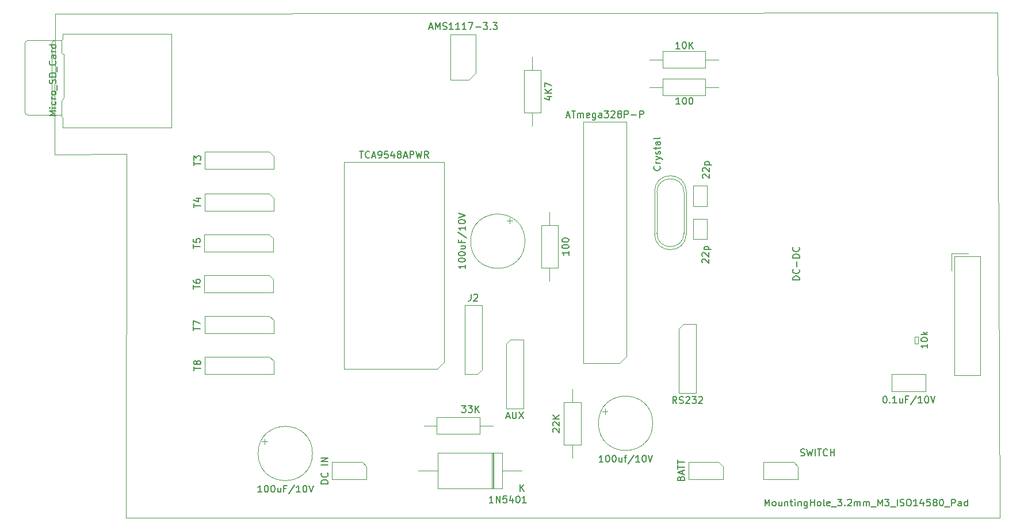
<source format=gbr>
%TF.GenerationSoftware,KiCad,Pcbnew,7.0.9*%
%TF.CreationDate,2023-12-29T10:55:07+07:00*%
%TF.ProjectId,incuTester,696e6375-5465-4737-9465-722e6b696361,rev?*%
%TF.SameCoordinates,Original*%
%TF.FileFunction,AssemblyDrawing,Top*%
%FSLAX46Y46*%
G04 Gerber Fmt 4.6, Leading zero omitted, Abs format (unit mm)*
G04 Created by KiCad (PCBNEW 7.0.9) date 2023-12-29 10:55:07*
%MOMM*%
%LPD*%
G01*
G04 APERTURE LIST*
%ADD10C,0.150000*%
%ADD11C,0.100000*%
%TA.AperFunction,Profile*%
%ADD12C,0.100000*%
%TD*%
G04 APERTURE END LIST*
D10*
X137240000Y-64249104D02*
X137716190Y-64249104D01*
X137144762Y-64534819D02*
X137478095Y-63534819D01*
X137478095Y-63534819D02*
X137811428Y-64534819D01*
X138144762Y-64534819D02*
X138144762Y-63534819D01*
X138144762Y-63534819D02*
X138478095Y-64249104D01*
X138478095Y-64249104D02*
X138811428Y-63534819D01*
X138811428Y-63534819D02*
X138811428Y-64534819D01*
X139240000Y-64487200D02*
X139382857Y-64534819D01*
X139382857Y-64534819D02*
X139620952Y-64534819D01*
X139620952Y-64534819D02*
X139716190Y-64487200D01*
X139716190Y-64487200D02*
X139763809Y-64439580D01*
X139763809Y-64439580D02*
X139811428Y-64344342D01*
X139811428Y-64344342D02*
X139811428Y-64249104D01*
X139811428Y-64249104D02*
X139763809Y-64153866D01*
X139763809Y-64153866D02*
X139716190Y-64106247D01*
X139716190Y-64106247D02*
X139620952Y-64058628D01*
X139620952Y-64058628D02*
X139430476Y-64011009D01*
X139430476Y-64011009D02*
X139335238Y-63963390D01*
X139335238Y-63963390D02*
X139287619Y-63915771D01*
X139287619Y-63915771D02*
X139240000Y-63820533D01*
X139240000Y-63820533D02*
X139240000Y-63725295D01*
X139240000Y-63725295D02*
X139287619Y-63630057D01*
X139287619Y-63630057D02*
X139335238Y-63582438D01*
X139335238Y-63582438D02*
X139430476Y-63534819D01*
X139430476Y-63534819D02*
X139668571Y-63534819D01*
X139668571Y-63534819D02*
X139811428Y-63582438D01*
X140763809Y-64534819D02*
X140192381Y-64534819D01*
X140478095Y-64534819D02*
X140478095Y-63534819D01*
X140478095Y-63534819D02*
X140382857Y-63677676D01*
X140382857Y-63677676D02*
X140287619Y-63772914D01*
X140287619Y-63772914D02*
X140192381Y-63820533D01*
X141716190Y-64534819D02*
X141144762Y-64534819D01*
X141430476Y-64534819D02*
X141430476Y-63534819D01*
X141430476Y-63534819D02*
X141335238Y-63677676D01*
X141335238Y-63677676D02*
X141240000Y-63772914D01*
X141240000Y-63772914D02*
X141144762Y-63820533D01*
X142668571Y-64534819D02*
X142097143Y-64534819D01*
X142382857Y-64534819D02*
X142382857Y-63534819D01*
X142382857Y-63534819D02*
X142287619Y-63677676D01*
X142287619Y-63677676D02*
X142192381Y-63772914D01*
X142192381Y-63772914D02*
X142097143Y-63820533D01*
X143001905Y-63534819D02*
X143668571Y-63534819D01*
X143668571Y-63534819D02*
X143240000Y-64534819D01*
X144049524Y-64153866D02*
X144811429Y-64153866D01*
X145192381Y-63534819D02*
X145811428Y-63534819D01*
X145811428Y-63534819D02*
X145478095Y-63915771D01*
X145478095Y-63915771D02*
X145620952Y-63915771D01*
X145620952Y-63915771D02*
X145716190Y-63963390D01*
X145716190Y-63963390D02*
X145763809Y-64011009D01*
X145763809Y-64011009D02*
X145811428Y-64106247D01*
X145811428Y-64106247D02*
X145811428Y-64344342D01*
X145811428Y-64344342D02*
X145763809Y-64439580D01*
X145763809Y-64439580D02*
X145716190Y-64487200D01*
X145716190Y-64487200D02*
X145620952Y-64534819D01*
X145620952Y-64534819D02*
X145335238Y-64534819D01*
X145335238Y-64534819D02*
X145240000Y-64487200D01*
X145240000Y-64487200D02*
X145192381Y-64439580D01*
X146240000Y-64439580D02*
X146287619Y-64487200D01*
X146287619Y-64487200D02*
X146240000Y-64534819D01*
X146240000Y-64534819D02*
X146192381Y-64487200D01*
X146192381Y-64487200D02*
X146240000Y-64439580D01*
X146240000Y-64439580D02*
X146240000Y-64534819D01*
X146620952Y-63534819D02*
X147239999Y-63534819D01*
X147239999Y-63534819D02*
X146906666Y-63915771D01*
X146906666Y-63915771D02*
X147049523Y-63915771D01*
X147049523Y-63915771D02*
X147144761Y-63963390D01*
X147144761Y-63963390D02*
X147192380Y-64011009D01*
X147192380Y-64011009D02*
X147239999Y-64106247D01*
X147239999Y-64106247D02*
X147239999Y-64344342D01*
X147239999Y-64344342D02*
X147192380Y-64439580D01*
X147192380Y-64439580D02*
X147144761Y-64487200D01*
X147144761Y-64487200D02*
X147049523Y-64534819D01*
X147049523Y-64534819D02*
X146763809Y-64534819D01*
X146763809Y-64534819D02*
X146668571Y-64487200D01*
X146668571Y-64487200D02*
X146620952Y-64439580D01*
X157764819Y-97186666D02*
X157764819Y-97758094D01*
X157764819Y-97472380D02*
X156764819Y-97472380D01*
X156764819Y-97472380D02*
X156907676Y-97567618D01*
X156907676Y-97567618D02*
X157002914Y-97662856D01*
X157002914Y-97662856D02*
X157050533Y-97758094D01*
X156764819Y-96567618D02*
X156764819Y-96472380D01*
X156764819Y-96472380D02*
X156812438Y-96377142D01*
X156812438Y-96377142D02*
X156860057Y-96329523D01*
X156860057Y-96329523D02*
X156955295Y-96281904D01*
X156955295Y-96281904D02*
X157145771Y-96234285D01*
X157145771Y-96234285D02*
X157383866Y-96234285D01*
X157383866Y-96234285D02*
X157574342Y-96281904D01*
X157574342Y-96281904D02*
X157669580Y-96329523D01*
X157669580Y-96329523D02*
X157717200Y-96377142D01*
X157717200Y-96377142D02*
X157764819Y-96472380D01*
X157764819Y-96472380D02*
X157764819Y-96567618D01*
X157764819Y-96567618D02*
X157717200Y-96662856D01*
X157717200Y-96662856D02*
X157669580Y-96710475D01*
X157669580Y-96710475D02*
X157574342Y-96758094D01*
X157574342Y-96758094D02*
X157383866Y-96805713D01*
X157383866Y-96805713D02*
X157145771Y-96805713D01*
X157145771Y-96805713D02*
X156955295Y-96758094D01*
X156955295Y-96758094D02*
X156860057Y-96710475D01*
X156860057Y-96710475D02*
X156812438Y-96662856D01*
X156812438Y-96662856D02*
X156764819Y-96567618D01*
X156764819Y-95615237D02*
X156764819Y-95519999D01*
X156764819Y-95519999D02*
X156812438Y-95424761D01*
X156812438Y-95424761D02*
X156860057Y-95377142D01*
X156860057Y-95377142D02*
X156955295Y-95329523D01*
X156955295Y-95329523D02*
X157145771Y-95281904D01*
X157145771Y-95281904D02*
X157383866Y-95281904D01*
X157383866Y-95281904D02*
X157574342Y-95329523D01*
X157574342Y-95329523D02*
X157669580Y-95377142D01*
X157669580Y-95377142D02*
X157717200Y-95424761D01*
X157717200Y-95424761D02*
X157764819Y-95519999D01*
X157764819Y-95519999D02*
X157764819Y-95615237D01*
X157764819Y-95615237D02*
X157717200Y-95710475D01*
X157717200Y-95710475D02*
X157669580Y-95758094D01*
X157669580Y-95758094D02*
X157574342Y-95805713D01*
X157574342Y-95805713D02*
X157383866Y-95853332D01*
X157383866Y-95853332D02*
X157145771Y-95853332D01*
X157145771Y-95853332D02*
X156955295Y-95805713D01*
X156955295Y-95805713D02*
X156860057Y-95758094D01*
X156860057Y-95758094D02*
X156812438Y-95710475D01*
X156812438Y-95710475D02*
X156764819Y-95615237D01*
X174258009Y-130659047D02*
X174305628Y-130516190D01*
X174305628Y-130516190D02*
X174353247Y-130468571D01*
X174353247Y-130468571D02*
X174448485Y-130420952D01*
X174448485Y-130420952D02*
X174591342Y-130420952D01*
X174591342Y-130420952D02*
X174686580Y-130468571D01*
X174686580Y-130468571D02*
X174734200Y-130516190D01*
X174734200Y-130516190D02*
X174781819Y-130611428D01*
X174781819Y-130611428D02*
X174781819Y-130992380D01*
X174781819Y-130992380D02*
X173781819Y-130992380D01*
X173781819Y-130992380D02*
X173781819Y-130659047D01*
X173781819Y-130659047D02*
X173829438Y-130563809D01*
X173829438Y-130563809D02*
X173877057Y-130516190D01*
X173877057Y-130516190D02*
X173972295Y-130468571D01*
X173972295Y-130468571D02*
X174067533Y-130468571D01*
X174067533Y-130468571D02*
X174162771Y-130516190D01*
X174162771Y-130516190D02*
X174210390Y-130563809D01*
X174210390Y-130563809D02*
X174258009Y-130659047D01*
X174258009Y-130659047D02*
X174258009Y-130992380D01*
X174496104Y-130039999D02*
X174496104Y-129563809D01*
X174781819Y-130135237D02*
X173781819Y-129801904D01*
X173781819Y-129801904D02*
X174781819Y-129468571D01*
X173781819Y-129278094D02*
X173781819Y-128706666D01*
X174781819Y-128992380D02*
X173781819Y-128992380D01*
X173781819Y-128516189D02*
X173781819Y-127944761D01*
X174781819Y-128230475D02*
X173781819Y-128230475D01*
X155480057Y-123861904D02*
X155432438Y-123814285D01*
X155432438Y-123814285D02*
X155384819Y-123719047D01*
X155384819Y-123719047D02*
X155384819Y-123480952D01*
X155384819Y-123480952D02*
X155432438Y-123385714D01*
X155432438Y-123385714D02*
X155480057Y-123338095D01*
X155480057Y-123338095D02*
X155575295Y-123290476D01*
X155575295Y-123290476D02*
X155670533Y-123290476D01*
X155670533Y-123290476D02*
X155813390Y-123338095D01*
X155813390Y-123338095D02*
X156384819Y-123909523D01*
X156384819Y-123909523D02*
X156384819Y-123290476D01*
X155480057Y-122909523D02*
X155432438Y-122861904D01*
X155432438Y-122861904D02*
X155384819Y-122766666D01*
X155384819Y-122766666D02*
X155384819Y-122528571D01*
X155384819Y-122528571D02*
X155432438Y-122433333D01*
X155432438Y-122433333D02*
X155480057Y-122385714D01*
X155480057Y-122385714D02*
X155575295Y-122338095D01*
X155575295Y-122338095D02*
X155670533Y-122338095D01*
X155670533Y-122338095D02*
X155813390Y-122385714D01*
X155813390Y-122385714D02*
X156384819Y-122957142D01*
X156384819Y-122957142D02*
X156384819Y-122338095D01*
X156384819Y-121909523D02*
X155384819Y-121909523D01*
X156384819Y-121338095D02*
X155813390Y-121766666D01*
X155384819Y-121338095D02*
X155956247Y-121909523D01*
X148561905Y-121579104D02*
X149038095Y-121579104D01*
X148466667Y-121864819D02*
X148800000Y-120864819D01*
X148800000Y-120864819D02*
X149133333Y-121864819D01*
X149466667Y-120864819D02*
X149466667Y-121674342D01*
X149466667Y-121674342D02*
X149514286Y-121769580D01*
X149514286Y-121769580D02*
X149561905Y-121817200D01*
X149561905Y-121817200D02*
X149657143Y-121864819D01*
X149657143Y-121864819D02*
X149847619Y-121864819D01*
X149847619Y-121864819D02*
X149942857Y-121817200D01*
X149942857Y-121817200D02*
X149990476Y-121769580D01*
X149990476Y-121769580D02*
X150038095Y-121674342D01*
X150038095Y-121674342D02*
X150038095Y-120864819D01*
X150419048Y-120864819D02*
X151085714Y-121864819D01*
X151085714Y-120864819D02*
X150419048Y-121864819D01*
X174109523Y-67354819D02*
X173538095Y-67354819D01*
X173823809Y-67354819D02*
X173823809Y-66354819D01*
X173823809Y-66354819D02*
X173728571Y-66497676D01*
X173728571Y-66497676D02*
X173633333Y-66592914D01*
X173633333Y-66592914D02*
X173538095Y-66640533D01*
X174728571Y-66354819D02*
X174823809Y-66354819D01*
X174823809Y-66354819D02*
X174919047Y-66402438D01*
X174919047Y-66402438D02*
X174966666Y-66450057D01*
X174966666Y-66450057D02*
X175014285Y-66545295D01*
X175014285Y-66545295D02*
X175061904Y-66735771D01*
X175061904Y-66735771D02*
X175061904Y-66973866D01*
X175061904Y-66973866D02*
X175014285Y-67164342D01*
X175014285Y-67164342D02*
X174966666Y-67259580D01*
X174966666Y-67259580D02*
X174919047Y-67307200D01*
X174919047Y-67307200D02*
X174823809Y-67354819D01*
X174823809Y-67354819D02*
X174728571Y-67354819D01*
X174728571Y-67354819D02*
X174633333Y-67307200D01*
X174633333Y-67307200D02*
X174585714Y-67259580D01*
X174585714Y-67259580D02*
X174538095Y-67164342D01*
X174538095Y-67164342D02*
X174490476Y-66973866D01*
X174490476Y-66973866D02*
X174490476Y-66735771D01*
X174490476Y-66735771D02*
X174538095Y-66545295D01*
X174538095Y-66545295D02*
X174585714Y-66450057D01*
X174585714Y-66450057D02*
X174633333Y-66402438D01*
X174633333Y-66402438D02*
X174728571Y-66354819D01*
X175490476Y-67354819D02*
X175490476Y-66354819D01*
X176061904Y-67354819D02*
X175633333Y-66783390D01*
X176061904Y-66354819D02*
X175490476Y-66926247D01*
X191900000Y-127307200D02*
X192042857Y-127354819D01*
X192042857Y-127354819D02*
X192280952Y-127354819D01*
X192280952Y-127354819D02*
X192376190Y-127307200D01*
X192376190Y-127307200D02*
X192423809Y-127259580D01*
X192423809Y-127259580D02*
X192471428Y-127164342D01*
X192471428Y-127164342D02*
X192471428Y-127069104D01*
X192471428Y-127069104D02*
X192423809Y-126973866D01*
X192423809Y-126973866D02*
X192376190Y-126926247D01*
X192376190Y-126926247D02*
X192280952Y-126878628D01*
X192280952Y-126878628D02*
X192090476Y-126831009D01*
X192090476Y-126831009D02*
X191995238Y-126783390D01*
X191995238Y-126783390D02*
X191947619Y-126735771D01*
X191947619Y-126735771D02*
X191900000Y-126640533D01*
X191900000Y-126640533D02*
X191900000Y-126545295D01*
X191900000Y-126545295D02*
X191947619Y-126450057D01*
X191947619Y-126450057D02*
X191995238Y-126402438D01*
X191995238Y-126402438D02*
X192090476Y-126354819D01*
X192090476Y-126354819D02*
X192328571Y-126354819D01*
X192328571Y-126354819D02*
X192471428Y-126402438D01*
X192804762Y-126354819D02*
X193042857Y-127354819D01*
X193042857Y-127354819D02*
X193233333Y-126640533D01*
X193233333Y-126640533D02*
X193423809Y-127354819D01*
X193423809Y-127354819D02*
X193661905Y-126354819D01*
X194042857Y-127354819D02*
X194042857Y-126354819D01*
X194376190Y-126354819D02*
X194947618Y-126354819D01*
X194661904Y-127354819D02*
X194661904Y-126354819D01*
X195852380Y-127259580D02*
X195804761Y-127307200D01*
X195804761Y-127307200D02*
X195661904Y-127354819D01*
X195661904Y-127354819D02*
X195566666Y-127354819D01*
X195566666Y-127354819D02*
X195423809Y-127307200D01*
X195423809Y-127307200D02*
X195328571Y-127211961D01*
X195328571Y-127211961D02*
X195280952Y-127116723D01*
X195280952Y-127116723D02*
X195233333Y-126926247D01*
X195233333Y-126926247D02*
X195233333Y-126783390D01*
X195233333Y-126783390D02*
X195280952Y-126592914D01*
X195280952Y-126592914D02*
X195328571Y-126497676D01*
X195328571Y-126497676D02*
X195423809Y-126402438D01*
X195423809Y-126402438D02*
X195566666Y-126354819D01*
X195566666Y-126354819D02*
X195661904Y-126354819D01*
X195661904Y-126354819D02*
X195804761Y-126402438D01*
X195804761Y-126402438D02*
X195852380Y-126450057D01*
X196280952Y-127354819D02*
X196280952Y-126354819D01*
X196280952Y-126831009D02*
X196852380Y-126831009D01*
X196852380Y-127354819D02*
X196852380Y-126354819D01*
X204252381Y-118554819D02*
X204347619Y-118554819D01*
X204347619Y-118554819D02*
X204442857Y-118602438D01*
X204442857Y-118602438D02*
X204490476Y-118650057D01*
X204490476Y-118650057D02*
X204538095Y-118745295D01*
X204538095Y-118745295D02*
X204585714Y-118935771D01*
X204585714Y-118935771D02*
X204585714Y-119173866D01*
X204585714Y-119173866D02*
X204538095Y-119364342D01*
X204538095Y-119364342D02*
X204490476Y-119459580D01*
X204490476Y-119459580D02*
X204442857Y-119507200D01*
X204442857Y-119507200D02*
X204347619Y-119554819D01*
X204347619Y-119554819D02*
X204252381Y-119554819D01*
X204252381Y-119554819D02*
X204157143Y-119507200D01*
X204157143Y-119507200D02*
X204109524Y-119459580D01*
X204109524Y-119459580D02*
X204061905Y-119364342D01*
X204061905Y-119364342D02*
X204014286Y-119173866D01*
X204014286Y-119173866D02*
X204014286Y-118935771D01*
X204014286Y-118935771D02*
X204061905Y-118745295D01*
X204061905Y-118745295D02*
X204109524Y-118650057D01*
X204109524Y-118650057D02*
X204157143Y-118602438D01*
X204157143Y-118602438D02*
X204252381Y-118554819D01*
X205014286Y-119459580D02*
X205061905Y-119507200D01*
X205061905Y-119507200D02*
X205014286Y-119554819D01*
X205014286Y-119554819D02*
X204966667Y-119507200D01*
X204966667Y-119507200D02*
X205014286Y-119459580D01*
X205014286Y-119459580D02*
X205014286Y-119554819D01*
X206014285Y-119554819D02*
X205442857Y-119554819D01*
X205728571Y-119554819D02*
X205728571Y-118554819D01*
X205728571Y-118554819D02*
X205633333Y-118697676D01*
X205633333Y-118697676D02*
X205538095Y-118792914D01*
X205538095Y-118792914D02*
X205442857Y-118840533D01*
X206871428Y-118888152D02*
X206871428Y-119554819D01*
X206442857Y-118888152D02*
X206442857Y-119411961D01*
X206442857Y-119411961D02*
X206490476Y-119507200D01*
X206490476Y-119507200D02*
X206585714Y-119554819D01*
X206585714Y-119554819D02*
X206728571Y-119554819D01*
X206728571Y-119554819D02*
X206823809Y-119507200D01*
X206823809Y-119507200D02*
X206871428Y-119459580D01*
X207680952Y-119031009D02*
X207347619Y-119031009D01*
X207347619Y-119554819D02*
X207347619Y-118554819D01*
X207347619Y-118554819D02*
X207823809Y-118554819D01*
X208919047Y-118507200D02*
X208061905Y-119792914D01*
X209776190Y-119554819D02*
X209204762Y-119554819D01*
X209490476Y-119554819D02*
X209490476Y-118554819D01*
X209490476Y-118554819D02*
X209395238Y-118697676D01*
X209395238Y-118697676D02*
X209300000Y-118792914D01*
X209300000Y-118792914D02*
X209204762Y-118840533D01*
X210395238Y-118554819D02*
X210490476Y-118554819D01*
X210490476Y-118554819D02*
X210585714Y-118602438D01*
X210585714Y-118602438D02*
X210633333Y-118650057D01*
X210633333Y-118650057D02*
X210680952Y-118745295D01*
X210680952Y-118745295D02*
X210728571Y-118935771D01*
X210728571Y-118935771D02*
X210728571Y-119173866D01*
X210728571Y-119173866D02*
X210680952Y-119364342D01*
X210680952Y-119364342D02*
X210633333Y-119459580D01*
X210633333Y-119459580D02*
X210585714Y-119507200D01*
X210585714Y-119507200D02*
X210490476Y-119554819D01*
X210490476Y-119554819D02*
X210395238Y-119554819D01*
X210395238Y-119554819D02*
X210300000Y-119507200D01*
X210300000Y-119507200D02*
X210252381Y-119459580D01*
X210252381Y-119459580D02*
X210204762Y-119364342D01*
X210204762Y-119364342D02*
X210157143Y-119173866D01*
X210157143Y-119173866D02*
X210157143Y-118935771D01*
X210157143Y-118935771D02*
X210204762Y-118745295D01*
X210204762Y-118745295D02*
X210252381Y-118650057D01*
X210252381Y-118650057D02*
X210300000Y-118602438D01*
X210300000Y-118602438D02*
X210395238Y-118554819D01*
X211014286Y-118554819D02*
X211347619Y-119554819D01*
X211347619Y-119554819D02*
X211680952Y-118554819D01*
X102524819Y-96761904D02*
X102524819Y-96190476D01*
X103524819Y-96476190D02*
X102524819Y-96476190D01*
X102524819Y-95380952D02*
X102524819Y-95857142D01*
X102524819Y-95857142D02*
X103001009Y-95904761D01*
X103001009Y-95904761D02*
X102953390Y-95857142D01*
X102953390Y-95857142D02*
X102905771Y-95761904D01*
X102905771Y-95761904D02*
X102905771Y-95523809D01*
X102905771Y-95523809D02*
X102953390Y-95428571D01*
X102953390Y-95428571D02*
X103001009Y-95380952D01*
X103001009Y-95380952D02*
X103096247Y-95333333D01*
X103096247Y-95333333D02*
X103334342Y-95333333D01*
X103334342Y-95333333D02*
X103429580Y-95380952D01*
X103429580Y-95380952D02*
X103477200Y-95428571D01*
X103477200Y-95428571D02*
X103524819Y-95523809D01*
X103524819Y-95523809D02*
X103524819Y-95761904D01*
X103524819Y-95761904D02*
X103477200Y-95857142D01*
X103477200Y-95857142D02*
X103429580Y-95904761D01*
X102534819Y-108881904D02*
X102534819Y-108310476D01*
X103534819Y-108596190D02*
X102534819Y-108596190D01*
X102534819Y-108072380D02*
X102534819Y-107405714D01*
X102534819Y-107405714D02*
X103534819Y-107834285D01*
X191724819Y-101440951D02*
X190724819Y-101440951D01*
X190724819Y-101440951D02*
X190724819Y-101202856D01*
X190724819Y-101202856D02*
X190772438Y-101059999D01*
X190772438Y-101059999D02*
X190867676Y-100964761D01*
X190867676Y-100964761D02*
X190962914Y-100917142D01*
X190962914Y-100917142D02*
X191153390Y-100869523D01*
X191153390Y-100869523D02*
X191296247Y-100869523D01*
X191296247Y-100869523D02*
X191486723Y-100917142D01*
X191486723Y-100917142D02*
X191581961Y-100964761D01*
X191581961Y-100964761D02*
X191677200Y-101059999D01*
X191677200Y-101059999D02*
X191724819Y-101202856D01*
X191724819Y-101202856D02*
X191724819Y-101440951D01*
X191629580Y-99869523D02*
X191677200Y-99917142D01*
X191677200Y-99917142D02*
X191724819Y-100059999D01*
X191724819Y-100059999D02*
X191724819Y-100155237D01*
X191724819Y-100155237D02*
X191677200Y-100298094D01*
X191677200Y-100298094D02*
X191581961Y-100393332D01*
X191581961Y-100393332D02*
X191486723Y-100440951D01*
X191486723Y-100440951D02*
X191296247Y-100488570D01*
X191296247Y-100488570D02*
X191153390Y-100488570D01*
X191153390Y-100488570D02*
X190962914Y-100440951D01*
X190962914Y-100440951D02*
X190867676Y-100393332D01*
X190867676Y-100393332D02*
X190772438Y-100298094D01*
X190772438Y-100298094D02*
X190724819Y-100155237D01*
X190724819Y-100155237D02*
X190724819Y-100059999D01*
X190724819Y-100059999D02*
X190772438Y-99917142D01*
X190772438Y-99917142D02*
X190820057Y-99869523D01*
X191343866Y-99440951D02*
X191343866Y-98679047D01*
X191724819Y-98202856D02*
X190724819Y-98202856D01*
X190724819Y-98202856D02*
X190724819Y-97964761D01*
X190724819Y-97964761D02*
X190772438Y-97821904D01*
X190772438Y-97821904D02*
X190867676Y-97726666D01*
X190867676Y-97726666D02*
X190962914Y-97679047D01*
X190962914Y-97679047D02*
X191153390Y-97631428D01*
X191153390Y-97631428D02*
X191296247Y-97631428D01*
X191296247Y-97631428D02*
X191486723Y-97679047D01*
X191486723Y-97679047D02*
X191581961Y-97726666D01*
X191581961Y-97726666D02*
X191677200Y-97821904D01*
X191677200Y-97821904D02*
X191724819Y-97964761D01*
X191724819Y-97964761D02*
X191724819Y-98202856D01*
X191629580Y-96631428D02*
X191677200Y-96679047D01*
X191677200Y-96679047D02*
X191724819Y-96821904D01*
X191724819Y-96821904D02*
X191724819Y-96917142D01*
X191724819Y-96917142D02*
X191677200Y-97059999D01*
X191677200Y-97059999D02*
X191581961Y-97155237D01*
X191581961Y-97155237D02*
X191486723Y-97202856D01*
X191486723Y-97202856D02*
X191296247Y-97250475D01*
X191296247Y-97250475D02*
X191153390Y-97250475D01*
X191153390Y-97250475D02*
X190962914Y-97202856D01*
X190962914Y-97202856D02*
X190867676Y-97155237D01*
X190867676Y-97155237D02*
X190772438Y-97059999D01*
X190772438Y-97059999D02*
X190724819Y-96917142D01*
X190724819Y-96917142D02*
X190724819Y-96821904D01*
X190724819Y-96821904D02*
X190772438Y-96679047D01*
X190772438Y-96679047D02*
X190820057Y-96631428D01*
X126960952Y-82465819D02*
X127532380Y-82465819D01*
X127246666Y-83465819D02*
X127246666Y-82465819D01*
X128437142Y-83370580D02*
X128389523Y-83418200D01*
X128389523Y-83418200D02*
X128246666Y-83465819D01*
X128246666Y-83465819D02*
X128151428Y-83465819D01*
X128151428Y-83465819D02*
X128008571Y-83418200D01*
X128008571Y-83418200D02*
X127913333Y-83322961D01*
X127913333Y-83322961D02*
X127865714Y-83227723D01*
X127865714Y-83227723D02*
X127818095Y-83037247D01*
X127818095Y-83037247D02*
X127818095Y-82894390D01*
X127818095Y-82894390D02*
X127865714Y-82703914D01*
X127865714Y-82703914D02*
X127913333Y-82608676D01*
X127913333Y-82608676D02*
X128008571Y-82513438D01*
X128008571Y-82513438D02*
X128151428Y-82465819D01*
X128151428Y-82465819D02*
X128246666Y-82465819D01*
X128246666Y-82465819D02*
X128389523Y-82513438D01*
X128389523Y-82513438D02*
X128437142Y-82561057D01*
X128818095Y-83180104D02*
X129294285Y-83180104D01*
X128722857Y-83465819D02*
X129056190Y-82465819D01*
X129056190Y-82465819D02*
X129389523Y-83465819D01*
X129770476Y-83465819D02*
X129960952Y-83465819D01*
X129960952Y-83465819D02*
X130056190Y-83418200D01*
X130056190Y-83418200D02*
X130103809Y-83370580D01*
X130103809Y-83370580D02*
X130199047Y-83227723D01*
X130199047Y-83227723D02*
X130246666Y-83037247D01*
X130246666Y-83037247D02*
X130246666Y-82656295D01*
X130246666Y-82656295D02*
X130199047Y-82561057D01*
X130199047Y-82561057D02*
X130151428Y-82513438D01*
X130151428Y-82513438D02*
X130056190Y-82465819D01*
X130056190Y-82465819D02*
X129865714Y-82465819D01*
X129865714Y-82465819D02*
X129770476Y-82513438D01*
X129770476Y-82513438D02*
X129722857Y-82561057D01*
X129722857Y-82561057D02*
X129675238Y-82656295D01*
X129675238Y-82656295D02*
X129675238Y-82894390D01*
X129675238Y-82894390D02*
X129722857Y-82989628D01*
X129722857Y-82989628D02*
X129770476Y-83037247D01*
X129770476Y-83037247D02*
X129865714Y-83084866D01*
X129865714Y-83084866D02*
X130056190Y-83084866D01*
X130056190Y-83084866D02*
X130151428Y-83037247D01*
X130151428Y-83037247D02*
X130199047Y-82989628D01*
X130199047Y-82989628D02*
X130246666Y-82894390D01*
X131151428Y-82465819D02*
X130675238Y-82465819D01*
X130675238Y-82465819D02*
X130627619Y-82942009D01*
X130627619Y-82942009D02*
X130675238Y-82894390D01*
X130675238Y-82894390D02*
X130770476Y-82846771D01*
X130770476Y-82846771D02*
X131008571Y-82846771D01*
X131008571Y-82846771D02*
X131103809Y-82894390D01*
X131103809Y-82894390D02*
X131151428Y-82942009D01*
X131151428Y-82942009D02*
X131199047Y-83037247D01*
X131199047Y-83037247D02*
X131199047Y-83275342D01*
X131199047Y-83275342D02*
X131151428Y-83370580D01*
X131151428Y-83370580D02*
X131103809Y-83418200D01*
X131103809Y-83418200D02*
X131008571Y-83465819D01*
X131008571Y-83465819D02*
X130770476Y-83465819D01*
X130770476Y-83465819D02*
X130675238Y-83418200D01*
X130675238Y-83418200D02*
X130627619Y-83370580D01*
X132056190Y-82799152D02*
X132056190Y-83465819D01*
X131818095Y-82418200D02*
X131580000Y-83132485D01*
X131580000Y-83132485D02*
X132199047Y-83132485D01*
X132722857Y-82894390D02*
X132627619Y-82846771D01*
X132627619Y-82846771D02*
X132580000Y-82799152D01*
X132580000Y-82799152D02*
X132532381Y-82703914D01*
X132532381Y-82703914D02*
X132532381Y-82656295D01*
X132532381Y-82656295D02*
X132580000Y-82561057D01*
X132580000Y-82561057D02*
X132627619Y-82513438D01*
X132627619Y-82513438D02*
X132722857Y-82465819D01*
X132722857Y-82465819D02*
X132913333Y-82465819D01*
X132913333Y-82465819D02*
X133008571Y-82513438D01*
X133008571Y-82513438D02*
X133056190Y-82561057D01*
X133056190Y-82561057D02*
X133103809Y-82656295D01*
X133103809Y-82656295D02*
X133103809Y-82703914D01*
X133103809Y-82703914D02*
X133056190Y-82799152D01*
X133056190Y-82799152D02*
X133008571Y-82846771D01*
X133008571Y-82846771D02*
X132913333Y-82894390D01*
X132913333Y-82894390D02*
X132722857Y-82894390D01*
X132722857Y-82894390D02*
X132627619Y-82942009D01*
X132627619Y-82942009D02*
X132580000Y-82989628D01*
X132580000Y-82989628D02*
X132532381Y-83084866D01*
X132532381Y-83084866D02*
X132532381Y-83275342D01*
X132532381Y-83275342D02*
X132580000Y-83370580D01*
X132580000Y-83370580D02*
X132627619Y-83418200D01*
X132627619Y-83418200D02*
X132722857Y-83465819D01*
X132722857Y-83465819D02*
X132913333Y-83465819D01*
X132913333Y-83465819D02*
X133008571Y-83418200D01*
X133008571Y-83418200D02*
X133056190Y-83370580D01*
X133056190Y-83370580D02*
X133103809Y-83275342D01*
X133103809Y-83275342D02*
X133103809Y-83084866D01*
X133103809Y-83084866D02*
X133056190Y-82989628D01*
X133056190Y-82989628D02*
X133008571Y-82942009D01*
X133008571Y-82942009D02*
X132913333Y-82894390D01*
X133484762Y-83180104D02*
X133960952Y-83180104D01*
X133389524Y-83465819D02*
X133722857Y-82465819D01*
X133722857Y-82465819D02*
X134056190Y-83465819D01*
X134389524Y-83465819D02*
X134389524Y-82465819D01*
X134389524Y-82465819D02*
X134770476Y-82465819D01*
X134770476Y-82465819D02*
X134865714Y-82513438D01*
X134865714Y-82513438D02*
X134913333Y-82561057D01*
X134913333Y-82561057D02*
X134960952Y-82656295D01*
X134960952Y-82656295D02*
X134960952Y-82799152D01*
X134960952Y-82799152D02*
X134913333Y-82894390D01*
X134913333Y-82894390D02*
X134865714Y-82942009D01*
X134865714Y-82942009D02*
X134770476Y-82989628D01*
X134770476Y-82989628D02*
X134389524Y-82989628D01*
X135294286Y-82465819D02*
X135532381Y-83465819D01*
X135532381Y-83465819D02*
X135722857Y-82751533D01*
X135722857Y-82751533D02*
X135913333Y-83465819D01*
X135913333Y-83465819D02*
X136151429Y-82465819D01*
X137103809Y-83465819D02*
X136770476Y-82989628D01*
X136532381Y-83465819D02*
X136532381Y-82465819D01*
X136532381Y-82465819D02*
X136913333Y-82465819D01*
X136913333Y-82465819D02*
X137008571Y-82513438D01*
X137008571Y-82513438D02*
X137056190Y-82561057D01*
X137056190Y-82561057D02*
X137103809Y-82656295D01*
X137103809Y-82656295D02*
X137103809Y-82799152D01*
X137103809Y-82799152D02*
X137056190Y-82894390D01*
X137056190Y-82894390D02*
X137008571Y-82942009D01*
X137008571Y-82942009D02*
X136913333Y-82989628D01*
X136913333Y-82989628D02*
X136532381Y-82989628D01*
X157427333Y-77235104D02*
X157903523Y-77235104D01*
X157332095Y-77520819D02*
X157665428Y-76520819D01*
X157665428Y-76520819D02*
X157998761Y-77520819D01*
X158189238Y-76520819D02*
X158760666Y-76520819D01*
X158474952Y-77520819D02*
X158474952Y-76520819D01*
X159094000Y-77520819D02*
X159094000Y-76854152D01*
X159094000Y-76949390D02*
X159141619Y-76901771D01*
X159141619Y-76901771D02*
X159236857Y-76854152D01*
X159236857Y-76854152D02*
X159379714Y-76854152D01*
X159379714Y-76854152D02*
X159474952Y-76901771D01*
X159474952Y-76901771D02*
X159522571Y-76997009D01*
X159522571Y-76997009D02*
X159522571Y-77520819D01*
X159522571Y-76997009D02*
X159570190Y-76901771D01*
X159570190Y-76901771D02*
X159665428Y-76854152D01*
X159665428Y-76854152D02*
X159808285Y-76854152D01*
X159808285Y-76854152D02*
X159903524Y-76901771D01*
X159903524Y-76901771D02*
X159951143Y-76997009D01*
X159951143Y-76997009D02*
X159951143Y-77520819D01*
X160808285Y-77473200D02*
X160713047Y-77520819D01*
X160713047Y-77520819D02*
X160522571Y-77520819D01*
X160522571Y-77520819D02*
X160427333Y-77473200D01*
X160427333Y-77473200D02*
X160379714Y-77377961D01*
X160379714Y-77377961D02*
X160379714Y-76997009D01*
X160379714Y-76997009D02*
X160427333Y-76901771D01*
X160427333Y-76901771D02*
X160522571Y-76854152D01*
X160522571Y-76854152D02*
X160713047Y-76854152D01*
X160713047Y-76854152D02*
X160808285Y-76901771D01*
X160808285Y-76901771D02*
X160855904Y-76997009D01*
X160855904Y-76997009D02*
X160855904Y-77092247D01*
X160855904Y-77092247D02*
X160379714Y-77187485D01*
X161713047Y-76854152D02*
X161713047Y-77663676D01*
X161713047Y-77663676D02*
X161665428Y-77758914D01*
X161665428Y-77758914D02*
X161617809Y-77806533D01*
X161617809Y-77806533D02*
X161522571Y-77854152D01*
X161522571Y-77854152D02*
X161379714Y-77854152D01*
X161379714Y-77854152D02*
X161284476Y-77806533D01*
X161713047Y-77473200D02*
X161617809Y-77520819D01*
X161617809Y-77520819D02*
X161427333Y-77520819D01*
X161427333Y-77520819D02*
X161332095Y-77473200D01*
X161332095Y-77473200D02*
X161284476Y-77425580D01*
X161284476Y-77425580D02*
X161236857Y-77330342D01*
X161236857Y-77330342D02*
X161236857Y-77044628D01*
X161236857Y-77044628D02*
X161284476Y-76949390D01*
X161284476Y-76949390D02*
X161332095Y-76901771D01*
X161332095Y-76901771D02*
X161427333Y-76854152D01*
X161427333Y-76854152D02*
X161617809Y-76854152D01*
X161617809Y-76854152D02*
X161713047Y-76901771D01*
X162617809Y-77520819D02*
X162617809Y-76997009D01*
X162617809Y-76997009D02*
X162570190Y-76901771D01*
X162570190Y-76901771D02*
X162474952Y-76854152D01*
X162474952Y-76854152D02*
X162284476Y-76854152D01*
X162284476Y-76854152D02*
X162189238Y-76901771D01*
X162617809Y-77473200D02*
X162522571Y-77520819D01*
X162522571Y-77520819D02*
X162284476Y-77520819D01*
X162284476Y-77520819D02*
X162189238Y-77473200D01*
X162189238Y-77473200D02*
X162141619Y-77377961D01*
X162141619Y-77377961D02*
X162141619Y-77282723D01*
X162141619Y-77282723D02*
X162189238Y-77187485D01*
X162189238Y-77187485D02*
X162284476Y-77139866D01*
X162284476Y-77139866D02*
X162522571Y-77139866D01*
X162522571Y-77139866D02*
X162617809Y-77092247D01*
X162998762Y-76520819D02*
X163617809Y-76520819D01*
X163617809Y-76520819D02*
X163284476Y-76901771D01*
X163284476Y-76901771D02*
X163427333Y-76901771D01*
X163427333Y-76901771D02*
X163522571Y-76949390D01*
X163522571Y-76949390D02*
X163570190Y-76997009D01*
X163570190Y-76997009D02*
X163617809Y-77092247D01*
X163617809Y-77092247D02*
X163617809Y-77330342D01*
X163617809Y-77330342D02*
X163570190Y-77425580D01*
X163570190Y-77425580D02*
X163522571Y-77473200D01*
X163522571Y-77473200D02*
X163427333Y-77520819D01*
X163427333Y-77520819D02*
X163141619Y-77520819D01*
X163141619Y-77520819D02*
X163046381Y-77473200D01*
X163046381Y-77473200D02*
X162998762Y-77425580D01*
X163998762Y-76616057D02*
X164046381Y-76568438D01*
X164046381Y-76568438D02*
X164141619Y-76520819D01*
X164141619Y-76520819D02*
X164379714Y-76520819D01*
X164379714Y-76520819D02*
X164474952Y-76568438D01*
X164474952Y-76568438D02*
X164522571Y-76616057D01*
X164522571Y-76616057D02*
X164570190Y-76711295D01*
X164570190Y-76711295D02*
X164570190Y-76806533D01*
X164570190Y-76806533D02*
X164522571Y-76949390D01*
X164522571Y-76949390D02*
X163951143Y-77520819D01*
X163951143Y-77520819D02*
X164570190Y-77520819D01*
X165141619Y-76949390D02*
X165046381Y-76901771D01*
X165046381Y-76901771D02*
X164998762Y-76854152D01*
X164998762Y-76854152D02*
X164951143Y-76758914D01*
X164951143Y-76758914D02*
X164951143Y-76711295D01*
X164951143Y-76711295D02*
X164998762Y-76616057D01*
X164998762Y-76616057D02*
X165046381Y-76568438D01*
X165046381Y-76568438D02*
X165141619Y-76520819D01*
X165141619Y-76520819D02*
X165332095Y-76520819D01*
X165332095Y-76520819D02*
X165427333Y-76568438D01*
X165427333Y-76568438D02*
X165474952Y-76616057D01*
X165474952Y-76616057D02*
X165522571Y-76711295D01*
X165522571Y-76711295D02*
X165522571Y-76758914D01*
X165522571Y-76758914D02*
X165474952Y-76854152D01*
X165474952Y-76854152D02*
X165427333Y-76901771D01*
X165427333Y-76901771D02*
X165332095Y-76949390D01*
X165332095Y-76949390D02*
X165141619Y-76949390D01*
X165141619Y-76949390D02*
X165046381Y-76997009D01*
X165046381Y-76997009D02*
X164998762Y-77044628D01*
X164998762Y-77044628D02*
X164951143Y-77139866D01*
X164951143Y-77139866D02*
X164951143Y-77330342D01*
X164951143Y-77330342D02*
X164998762Y-77425580D01*
X164998762Y-77425580D02*
X165046381Y-77473200D01*
X165046381Y-77473200D02*
X165141619Y-77520819D01*
X165141619Y-77520819D02*
X165332095Y-77520819D01*
X165332095Y-77520819D02*
X165427333Y-77473200D01*
X165427333Y-77473200D02*
X165474952Y-77425580D01*
X165474952Y-77425580D02*
X165522571Y-77330342D01*
X165522571Y-77330342D02*
X165522571Y-77139866D01*
X165522571Y-77139866D02*
X165474952Y-77044628D01*
X165474952Y-77044628D02*
X165427333Y-76997009D01*
X165427333Y-76997009D02*
X165332095Y-76949390D01*
X165951143Y-77520819D02*
X165951143Y-76520819D01*
X165951143Y-76520819D02*
X166332095Y-76520819D01*
X166332095Y-76520819D02*
X166427333Y-76568438D01*
X166427333Y-76568438D02*
X166474952Y-76616057D01*
X166474952Y-76616057D02*
X166522571Y-76711295D01*
X166522571Y-76711295D02*
X166522571Y-76854152D01*
X166522571Y-76854152D02*
X166474952Y-76949390D01*
X166474952Y-76949390D02*
X166427333Y-76997009D01*
X166427333Y-76997009D02*
X166332095Y-77044628D01*
X166332095Y-77044628D02*
X165951143Y-77044628D01*
X166951143Y-77139866D02*
X167713048Y-77139866D01*
X168189238Y-77520819D02*
X168189238Y-76520819D01*
X168189238Y-76520819D02*
X168570190Y-76520819D01*
X168570190Y-76520819D02*
X168665428Y-76568438D01*
X168665428Y-76568438D02*
X168713047Y-76616057D01*
X168713047Y-76616057D02*
X168760666Y-76711295D01*
X168760666Y-76711295D02*
X168760666Y-76854152D01*
X168760666Y-76854152D02*
X168713047Y-76949390D01*
X168713047Y-76949390D02*
X168665428Y-76997009D01*
X168665428Y-76997009D02*
X168570190Y-77044628D01*
X168570190Y-77044628D02*
X168189238Y-77044628D01*
X210574819Y-110885238D02*
X210574819Y-111456666D01*
X210574819Y-111170952D02*
X209574819Y-111170952D01*
X209574819Y-111170952D02*
X209717676Y-111266190D01*
X209717676Y-111266190D02*
X209812914Y-111361428D01*
X209812914Y-111361428D02*
X209860533Y-111456666D01*
X209574819Y-110266190D02*
X209574819Y-110170952D01*
X209574819Y-110170952D02*
X209622438Y-110075714D01*
X209622438Y-110075714D02*
X209670057Y-110028095D01*
X209670057Y-110028095D02*
X209765295Y-109980476D01*
X209765295Y-109980476D02*
X209955771Y-109932857D01*
X209955771Y-109932857D02*
X210193866Y-109932857D01*
X210193866Y-109932857D02*
X210384342Y-109980476D01*
X210384342Y-109980476D02*
X210479580Y-110028095D01*
X210479580Y-110028095D02*
X210527200Y-110075714D01*
X210527200Y-110075714D02*
X210574819Y-110170952D01*
X210574819Y-110170952D02*
X210574819Y-110266190D01*
X210574819Y-110266190D02*
X210527200Y-110361428D01*
X210527200Y-110361428D02*
X210479580Y-110409047D01*
X210479580Y-110409047D02*
X210384342Y-110456666D01*
X210384342Y-110456666D02*
X210193866Y-110504285D01*
X210193866Y-110504285D02*
X209955771Y-110504285D01*
X209955771Y-110504285D02*
X209765295Y-110456666D01*
X209765295Y-110456666D02*
X209670057Y-110409047D01*
X209670057Y-110409047D02*
X209622438Y-110361428D01*
X209622438Y-110361428D02*
X209574819Y-110266190D01*
X210574819Y-109504285D02*
X209574819Y-109504285D01*
X210193866Y-109409047D02*
X210574819Y-109123333D01*
X209908152Y-109123333D02*
X210289104Y-109504285D01*
X142524819Y-99182381D02*
X142524819Y-99753809D01*
X142524819Y-99468095D02*
X141524819Y-99468095D01*
X141524819Y-99468095D02*
X141667676Y-99563333D01*
X141667676Y-99563333D02*
X141762914Y-99658571D01*
X141762914Y-99658571D02*
X141810533Y-99753809D01*
X141524819Y-98563333D02*
X141524819Y-98468095D01*
X141524819Y-98468095D02*
X141572438Y-98372857D01*
X141572438Y-98372857D02*
X141620057Y-98325238D01*
X141620057Y-98325238D02*
X141715295Y-98277619D01*
X141715295Y-98277619D02*
X141905771Y-98230000D01*
X141905771Y-98230000D02*
X142143866Y-98230000D01*
X142143866Y-98230000D02*
X142334342Y-98277619D01*
X142334342Y-98277619D02*
X142429580Y-98325238D01*
X142429580Y-98325238D02*
X142477200Y-98372857D01*
X142477200Y-98372857D02*
X142524819Y-98468095D01*
X142524819Y-98468095D02*
X142524819Y-98563333D01*
X142524819Y-98563333D02*
X142477200Y-98658571D01*
X142477200Y-98658571D02*
X142429580Y-98706190D01*
X142429580Y-98706190D02*
X142334342Y-98753809D01*
X142334342Y-98753809D02*
X142143866Y-98801428D01*
X142143866Y-98801428D02*
X141905771Y-98801428D01*
X141905771Y-98801428D02*
X141715295Y-98753809D01*
X141715295Y-98753809D02*
X141620057Y-98706190D01*
X141620057Y-98706190D02*
X141572438Y-98658571D01*
X141572438Y-98658571D02*
X141524819Y-98563333D01*
X141524819Y-97610952D02*
X141524819Y-97515714D01*
X141524819Y-97515714D02*
X141572438Y-97420476D01*
X141572438Y-97420476D02*
X141620057Y-97372857D01*
X141620057Y-97372857D02*
X141715295Y-97325238D01*
X141715295Y-97325238D02*
X141905771Y-97277619D01*
X141905771Y-97277619D02*
X142143866Y-97277619D01*
X142143866Y-97277619D02*
X142334342Y-97325238D01*
X142334342Y-97325238D02*
X142429580Y-97372857D01*
X142429580Y-97372857D02*
X142477200Y-97420476D01*
X142477200Y-97420476D02*
X142524819Y-97515714D01*
X142524819Y-97515714D02*
X142524819Y-97610952D01*
X142524819Y-97610952D02*
X142477200Y-97706190D01*
X142477200Y-97706190D02*
X142429580Y-97753809D01*
X142429580Y-97753809D02*
X142334342Y-97801428D01*
X142334342Y-97801428D02*
X142143866Y-97849047D01*
X142143866Y-97849047D02*
X141905771Y-97849047D01*
X141905771Y-97849047D02*
X141715295Y-97801428D01*
X141715295Y-97801428D02*
X141620057Y-97753809D01*
X141620057Y-97753809D02*
X141572438Y-97706190D01*
X141572438Y-97706190D02*
X141524819Y-97610952D01*
X141858152Y-96420476D02*
X142524819Y-96420476D01*
X141858152Y-96849047D02*
X142381961Y-96849047D01*
X142381961Y-96849047D02*
X142477200Y-96801428D01*
X142477200Y-96801428D02*
X142524819Y-96706190D01*
X142524819Y-96706190D02*
X142524819Y-96563333D01*
X142524819Y-96563333D02*
X142477200Y-96468095D01*
X142477200Y-96468095D02*
X142429580Y-96420476D01*
X142001009Y-95610952D02*
X142001009Y-95944285D01*
X142524819Y-95944285D02*
X141524819Y-95944285D01*
X141524819Y-95944285D02*
X141524819Y-95468095D01*
X141477200Y-94372857D02*
X142762914Y-95229999D01*
X142524819Y-93515714D02*
X142524819Y-94087142D01*
X142524819Y-93801428D02*
X141524819Y-93801428D01*
X141524819Y-93801428D02*
X141667676Y-93896666D01*
X141667676Y-93896666D02*
X141762914Y-93991904D01*
X141762914Y-93991904D02*
X141810533Y-94087142D01*
X141524819Y-92896666D02*
X141524819Y-92801428D01*
X141524819Y-92801428D02*
X141572438Y-92706190D01*
X141572438Y-92706190D02*
X141620057Y-92658571D01*
X141620057Y-92658571D02*
X141715295Y-92610952D01*
X141715295Y-92610952D02*
X141905771Y-92563333D01*
X141905771Y-92563333D02*
X142143866Y-92563333D01*
X142143866Y-92563333D02*
X142334342Y-92610952D01*
X142334342Y-92610952D02*
X142429580Y-92658571D01*
X142429580Y-92658571D02*
X142477200Y-92706190D01*
X142477200Y-92706190D02*
X142524819Y-92801428D01*
X142524819Y-92801428D02*
X142524819Y-92896666D01*
X142524819Y-92896666D02*
X142477200Y-92991904D01*
X142477200Y-92991904D02*
X142429580Y-93039523D01*
X142429580Y-93039523D02*
X142334342Y-93087142D01*
X142334342Y-93087142D02*
X142143866Y-93134761D01*
X142143866Y-93134761D02*
X141905771Y-93134761D01*
X141905771Y-93134761D02*
X141715295Y-93087142D01*
X141715295Y-93087142D02*
X141620057Y-93039523D01*
X141620057Y-93039523D02*
X141572438Y-92991904D01*
X141572438Y-92991904D02*
X141524819Y-92896666D01*
X141524819Y-92277618D02*
X142524819Y-91944285D01*
X142524819Y-91944285D02*
X141524819Y-91610952D01*
X173664761Y-119624819D02*
X173331428Y-119148628D01*
X173093333Y-119624819D02*
X173093333Y-118624819D01*
X173093333Y-118624819D02*
X173474285Y-118624819D01*
X173474285Y-118624819D02*
X173569523Y-118672438D01*
X173569523Y-118672438D02*
X173617142Y-118720057D01*
X173617142Y-118720057D02*
X173664761Y-118815295D01*
X173664761Y-118815295D02*
X173664761Y-118958152D01*
X173664761Y-118958152D02*
X173617142Y-119053390D01*
X173617142Y-119053390D02*
X173569523Y-119101009D01*
X173569523Y-119101009D02*
X173474285Y-119148628D01*
X173474285Y-119148628D02*
X173093333Y-119148628D01*
X174045714Y-119577200D02*
X174188571Y-119624819D01*
X174188571Y-119624819D02*
X174426666Y-119624819D01*
X174426666Y-119624819D02*
X174521904Y-119577200D01*
X174521904Y-119577200D02*
X174569523Y-119529580D01*
X174569523Y-119529580D02*
X174617142Y-119434342D01*
X174617142Y-119434342D02*
X174617142Y-119339104D01*
X174617142Y-119339104D02*
X174569523Y-119243866D01*
X174569523Y-119243866D02*
X174521904Y-119196247D01*
X174521904Y-119196247D02*
X174426666Y-119148628D01*
X174426666Y-119148628D02*
X174236190Y-119101009D01*
X174236190Y-119101009D02*
X174140952Y-119053390D01*
X174140952Y-119053390D02*
X174093333Y-119005771D01*
X174093333Y-119005771D02*
X174045714Y-118910533D01*
X174045714Y-118910533D02*
X174045714Y-118815295D01*
X174045714Y-118815295D02*
X174093333Y-118720057D01*
X174093333Y-118720057D02*
X174140952Y-118672438D01*
X174140952Y-118672438D02*
X174236190Y-118624819D01*
X174236190Y-118624819D02*
X174474285Y-118624819D01*
X174474285Y-118624819D02*
X174617142Y-118672438D01*
X174998095Y-118720057D02*
X175045714Y-118672438D01*
X175045714Y-118672438D02*
X175140952Y-118624819D01*
X175140952Y-118624819D02*
X175379047Y-118624819D01*
X175379047Y-118624819D02*
X175474285Y-118672438D01*
X175474285Y-118672438D02*
X175521904Y-118720057D01*
X175521904Y-118720057D02*
X175569523Y-118815295D01*
X175569523Y-118815295D02*
X175569523Y-118910533D01*
X175569523Y-118910533D02*
X175521904Y-119053390D01*
X175521904Y-119053390D02*
X174950476Y-119624819D01*
X174950476Y-119624819D02*
X175569523Y-119624819D01*
X175902857Y-118624819D02*
X176521904Y-118624819D01*
X176521904Y-118624819D02*
X176188571Y-119005771D01*
X176188571Y-119005771D02*
X176331428Y-119005771D01*
X176331428Y-119005771D02*
X176426666Y-119053390D01*
X176426666Y-119053390D02*
X176474285Y-119101009D01*
X176474285Y-119101009D02*
X176521904Y-119196247D01*
X176521904Y-119196247D02*
X176521904Y-119434342D01*
X176521904Y-119434342D02*
X176474285Y-119529580D01*
X176474285Y-119529580D02*
X176426666Y-119577200D01*
X176426666Y-119577200D02*
X176331428Y-119624819D01*
X176331428Y-119624819D02*
X176045714Y-119624819D01*
X176045714Y-119624819D02*
X175950476Y-119577200D01*
X175950476Y-119577200D02*
X175902857Y-119529580D01*
X176902857Y-118720057D02*
X176950476Y-118672438D01*
X176950476Y-118672438D02*
X177045714Y-118624819D01*
X177045714Y-118624819D02*
X177283809Y-118624819D01*
X177283809Y-118624819D02*
X177379047Y-118672438D01*
X177379047Y-118672438D02*
X177426666Y-118720057D01*
X177426666Y-118720057D02*
X177474285Y-118815295D01*
X177474285Y-118815295D02*
X177474285Y-118910533D01*
X177474285Y-118910533D02*
X177426666Y-119053390D01*
X177426666Y-119053390D02*
X176855238Y-119624819D01*
X176855238Y-119624819D02*
X177474285Y-119624819D01*
X122330819Y-131444761D02*
X121330819Y-131444761D01*
X121330819Y-131444761D02*
X121330819Y-131206666D01*
X121330819Y-131206666D02*
X121378438Y-131063809D01*
X121378438Y-131063809D02*
X121473676Y-130968571D01*
X121473676Y-130968571D02*
X121568914Y-130920952D01*
X121568914Y-130920952D02*
X121759390Y-130873333D01*
X121759390Y-130873333D02*
X121902247Y-130873333D01*
X121902247Y-130873333D02*
X122092723Y-130920952D01*
X122092723Y-130920952D02*
X122187961Y-130968571D01*
X122187961Y-130968571D02*
X122283200Y-131063809D01*
X122283200Y-131063809D02*
X122330819Y-131206666D01*
X122330819Y-131206666D02*
X122330819Y-131444761D01*
X122235580Y-129873333D02*
X122283200Y-129920952D01*
X122283200Y-129920952D02*
X122330819Y-130063809D01*
X122330819Y-130063809D02*
X122330819Y-130159047D01*
X122330819Y-130159047D02*
X122283200Y-130301904D01*
X122283200Y-130301904D02*
X122187961Y-130397142D01*
X122187961Y-130397142D02*
X122092723Y-130444761D01*
X122092723Y-130444761D02*
X121902247Y-130492380D01*
X121902247Y-130492380D02*
X121759390Y-130492380D01*
X121759390Y-130492380D02*
X121568914Y-130444761D01*
X121568914Y-130444761D02*
X121473676Y-130397142D01*
X121473676Y-130397142D02*
X121378438Y-130301904D01*
X121378438Y-130301904D02*
X121330819Y-130159047D01*
X121330819Y-130159047D02*
X121330819Y-130063809D01*
X121330819Y-130063809D02*
X121378438Y-129920952D01*
X121378438Y-129920952D02*
X121426057Y-129873333D01*
X122330819Y-128682856D02*
X121330819Y-128682856D01*
X122330819Y-128206666D02*
X121330819Y-128206666D01*
X121330819Y-128206666D02*
X122330819Y-127635238D01*
X122330819Y-127635238D02*
X121330819Y-127635238D01*
X102584819Y-84581904D02*
X102584819Y-84010476D01*
X103584819Y-84296190D02*
X102584819Y-84296190D01*
X102584819Y-83772380D02*
X102584819Y-83153333D01*
X102584819Y-83153333D02*
X102965771Y-83486666D01*
X102965771Y-83486666D02*
X102965771Y-83343809D01*
X102965771Y-83343809D02*
X103013390Y-83248571D01*
X103013390Y-83248571D02*
X103061009Y-83200952D01*
X103061009Y-83200952D02*
X103156247Y-83153333D01*
X103156247Y-83153333D02*
X103394342Y-83153333D01*
X103394342Y-83153333D02*
X103489580Y-83200952D01*
X103489580Y-83200952D02*
X103537200Y-83248571D01*
X103537200Y-83248571D02*
X103584819Y-83343809D01*
X103584819Y-83343809D02*
X103584819Y-83629523D01*
X103584819Y-83629523D02*
X103537200Y-83724761D01*
X103537200Y-83724761D02*
X103489580Y-83772380D01*
X146657142Y-134254819D02*
X146085714Y-134254819D01*
X146371428Y-134254819D02*
X146371428Y-133254819D01*
X146371428Y-133254819D02*
X146276190Y-133397676D01*
X146276190Y-133397676D02*
X146180952Y-133492914D01*
X146180952Y-133492914D02*
X146085714Y-133540533D01*
X147085714Y-134254819D02*
X147085714Y-133254819D01*
X147085714Y-133254819D02*
X147657142Y-134254819D01*
X147657142Y-134254819D02*
X147657142Y-133254819D01*
X148609523Y-133254819D02*
X148133333Y-133254819D01*
X148133333Y-133254819D02*
X148085714Y-133731009D01*
X148085714Y-133731009D02*
X148133333Y-133683390D01*
X148133333Y-133683390D02*
X148228571Y-133635771D01*
X148228571Y-133635771D02*
X148466666Y-133635771D01*
X148466666Y-133635771D02*
X148561904Y-133683390D01*
X148561904Y-133683390D02*
X148609523Y-133731009D01*
X148609523Y-133731009D02*
X148657142Y-133826247D01*
X148657142Y-133826247D02*
X148657142Y-134064342D01*
X148657142Y-134064342D02*
X148609523Y-134159580D01*
X148609523Y-134159580D02*
X148561904Y-134207200D01*
X148561904Y-134207200D02*
X148466666Y-134254819D01*
X148466666Y-134254819D02*
X148228571Y-134254819D01*
X148228571Y-134254819D02*
X148133333Y-134207200D01*
X148133333Y-134207200D02*
X148085714Y-134159580D01*
X149514285Y-133588152D02*
X149514285Y-134254819D01*
X149276190Y-133207200D02*
X149038095Y-133921485D01*
X149038095Y-133921485D02*
X149657142Y-133921485D01*
X150228571Y-133254819D02*
X150323809Y-133254819D01*
X150323809Y-133254819D02*
X150419047Y-133302438D01*
X150419047Y-133302438D02*
X150466666Y-133350057D01*
X150466666Y-133350057D02*
X150514285Y-133445295D01*
X150514285Y-133445295D02*
X150561904Y-133635771D01*
X150561904Y-133635771D02*
X150561904Y-133873866D01*
X150561904Y-133873866D02*
X150514285Y-134064342D01*
X150514285Y-134064342D02*
X150466666Y-134159580D01*
X150466666Y-134159580D02*
X150419047Y-134207200D01*
X150419047Y-134207200D02*
X150323809Y-134254819D01*
X150323809Y-134254819D02*
X150228571Y-134254819D01*
X150228571Y-134254819D02*
X150133333Y-134207200D01*
X150133333Y-134207200D02*
X150085714Y-134159580D01*
X150085714Y-134159580D02*
X150038095Y-134064342D01*
X150038095Y-134064342D02*
X149990476Y-133873866D01*
X149990476Y-133873866D02*
X149990476Y-133635771D01*
X149990476Y-133635771D02*
X150038095Y-133445295D01*
X150038095Y-133445295D02*
X150085714Y-133350057D01*
X150085714Y-133350057D02*
X150133333Y-133302438D01*
X150133333Y-133302438D02*
X150228571Y-133254819D01*
X151514285Y-134254819D02*
X150942857Y-134254819D01*
X151228571Y-134254819D02*
X151228571Y-133254819D01*
X151228571Y-133254819D02*
X151133333Y-133397676D01*
X151133333Y-133397676D02*
X151038095Y-133492914D01*
X151038095Y-133492914D02*
X150942857Y-133540533D01*
X150614095Y-132594819D02*
X150614095Y-131594819D01*
X151185523Y-132594819D02*
X150756952Y-132023390D01*
X151185523Y-131594819D02*
X150614095Y-132166247D01*
X102584819Y-114761904D02*
X102584819Y-114190476D01*
X103584819Y-114476190D02*
X102584819Y-114476190D01*
X103013390Y-113714285D02*
X102965771Y-113809523D01*
X102965771Y-113809523D02*
X102918152Y-113857142D01*
X102918152Y-113857142D02*
X102822914Y-113904761D01*
X102822914Y-113904761D02*
X102775295Y-113904761D01*
X102775295Y-113904761D02*
X102680057Y-113857142D01*
X102680057Y-113857142D02*
X102632438Y-113809523D01*
X102632438Y-113809523D02*
X102584819Y-113714285D01*
X102584819Y-113714285D02*
X102584819Y-113523809D01*
X102584819Y-113523809D02*
X102632438Y-113428571D01*
X102632438Y-113428571D02*
X102680057Y-113380952D01*
X102680057Y-113380952D02*
X102775295Y-113333333D01*
X102775295Y-113333333D02*
X102822914Y-113333333D01*
X102822914Y-113333333D02*
X102918152Y-113380952D01*
X102918152Y-113380952D02*
X102965771Y-113428571D01*
X102965771Y-113428571D02*
X103013390Y-113523809D01*
X103013390Y-113523809D02*
X103013390Y-113714285D01*
X103013390Y-113714285D02*
X103061009Y-113809523D01*
X103061009Y-113809523D02*
X103108628Y-113857142D01*
X103108628Y-113857142D02*
X103203866Y-113904761D01*
X103203866Y-113904761D02*
X103394342Y-113904761D01*
X103394342Y-113904761D02*
X103489580Y-113857142D01*
X103489580Y-113857142D02*
X103537200Y-113809523D01*
X103537200Y-113809523D02*
X103584819Y-113714285D01*
X103584819Y-113714285D02*
X103584819Y-113523809D01*
X103584819Y-113523809D02*
X103537200Y-113428571D01*
X103537200Y-113428571D02*
X103489580Y-113380952D01*
X103489580Y-113380952D02*
X103394342Y-113333333D01*
X103394342Y-113333333D02*
X103203866Y-113333333D01*
X103203866Y-113333333D02*
X103108628Y-113380952D01*
X103108628Y-113380952D02*
X103061009Y-113428571D01*
X103061009Y-113428571D02*
X103013390Y-113523809D01*
X102524819Y-102761904D02*
X102524819Y-102190476D01*
X103524819Y-102476190D02*
X102524819Y-102476190D01*
X102524819Y-101428571D02*
X102524819Y-101619047D01*
X102524819Y-101619047D02*
X102572438Y-101714285D01*
X102572438Y-101714285D02*
X102620057Y-101761904D01*
X102620057Y-101761904D02*
X102762914Y-101857142D01*
X102762914Y-101857142D02*
X102953390Y-101904761D01*
X102953390Y-101904761D02*
X103334342Y-101904761D01*
X103334342Y-101904761D02*
X103429580Y-101857142D01*
X103429580Y-101857142D02*
X103477200Y-101809523D01*
X103477200Y-101809523D02*
X103524819Y-101714285D01*
X103524819Y-101714285D02*
X103524819Y-101523809D01*
X103524819Y-101523809D02*
X103477200Y-101428571D01*
X103477200Y-101428571D02*
X103429580Y-101380952D01*
X103429580Y-101380952D02*
X103334342Y-101333333D01*
X103334342Y-101333333D02*
X103096247Y-101333333D01*
X103096247Y-101333333D02*
X103001009Y-101380952D01*
X103001009Y-101380952D02*
X102953390Y-101428571D01*
X102953390Y-101428571D02*
X102905771Y-101523809D01*
X102905771Y-101523809D02*
X102905771Y-101714285D01*
X102905771Y-101714285D02*
X102953390Y-101809523D01*
X102953390Y-101809523D02*
X103001009Y-101857142D01*
X103001009Y-101857142D02*
X103096247Y-101904761D01*
X186625238Y-134734819D02*
X186625238Y-133734819D01*
X186625238Y-133734819D02*
X186958571Y-134449104D01*
X186958571Y-134449104D02*
X187291904Y-133734819D01*
X187291904Y-133734819D02*
X187291904Y-134734819D01*
X187910952Y-134734819D02*
X187815714Y-134687200D01*
X187815714Y-134687200D02*
X187768095Y-134639580D01*
X187768095Y-134639580D02*
X187720476Y-134544342D01*
X187720476Y-134544342D02*
X187720476Y-134258628D01*
X187720476Y-134258628D02*
X187768095Y-134163390D01*
X187768095Y-134163390D02*
X187815714Y-134115771D01*
X187815714Y-134115771D02*
X187910952Y-134068152D01*
X187910952Y-134068152D02*
X188053809Y-134068152D01*
X188053809Y-134068152D02*
X188149047Y-134115771D01*
X188149047Y-134115771D02*
X188196666Y-134163390D01*
X188196666Y-134163390D02*
X188244285Y-134258628D01*
X188244285Y-134258628D02*
X188244285Y-134544342D01*
X188244285Y-134544342D02*
X188196666Y-134639580D01*
X188196666Y-134639580D02*
X188149047Y-134687200D01*
X188149047Y-134687200D02*
X188053809Y-134734819D01*
X188053809Y-134734819D02*
X187910952Y-134734819D01*
X189101428Y-134068152D02*
X189101428Y-134734819D01*
X188672857Y-134068152D02*
X188672857Y-134591961D01*
X188672857Y-134591961D02*
X188720476Y-134687200D01*
X188720476Y-134687200D02*
X188815714Y-134734819D01*
X188815714Y-134734819D02*
X188958571Y-134734819D01*
X188958571Y-134734819D02*
X189053809Y-134687200D01*
X189053809Y-134687200D02*
X189101428Y-134639580D01*
X189577619Y-134068152D02*
X189577619Y-134734819D01*
X189577619Y-134163390D02*
X189625238Y-134115771D01*
X189625238Y-134115771D02*
X189720476Y-134068152D01*
X189720476Y-134068152D02*
X189863333Y-134068152D01*
X189863333Y-134068152D02*
X189958571Y-134115771D01*
X189958571Y-134115771D02*
X190006190Y-134211009D01*
X190006190Y-134211009D02*
X190006190Y-134734819D01*
X190339524Y-134068152D02*
X190720476Y-134068152D01*
X190482381Y-133734819D02*
X190482381Y-134591961D01*
X190482381Y-134591961D02*
X190530000Y-134687200D01*
X190530000Y-134687200D02*
X190625238Y-134734819D01*
X190625238Y-134734819D02*
X190720476Y-134734819D01*
X191053810Y-134734819D02*
X191053810Y-134068152D01*
X191053810Y-133734819D02*
X191006191Y-133782438D01*
X191006191Y-133782438D02*
X191053810Y-133830057D01*
X191053810Y-133830057D02*
X191101429Y-133782438D01*
X191101429Y-133782438D02*
X191053810Y-133734819D01*
X191053810Y-133734819D02*
X191053810Y-133830057D01*
X191530000Y-134068152D02*
X191530000Y-134734819D01*
X191530000Y-134163390D02*
X191577619Y-134115771D01*
X191577619Y-134115771D02*
X191672857Y-134068152D01*
X191672857Y-134068152D02*
X191815714Y-134068152D01*
X191815714Y-134068152D02*
X191910952Y-134115771D01*
X191910952Y-134115771D02*
X191958571Y-134211009D01*
X191958571Y-134211009D02*
X191958571Y-134734819D01*
X192863333Y-134068152D02*
X192863333Y-134877676D01*
X192863333Y-134877676D02*
X192815714Y-134972914D01*
X192815714Y-134972914D02*
X192768095Y-135020533D01*
X192768095Y-135020533D02*
X192672857Y-135068152D01*
X192672857Y-135068152D02*
X192530000Y-135068152D01*
X192530000Y-135068152D02*
X192434762Y-135020533D01*
X192863333Y-134687200D02*
X192768095Y-134734819D01*
X192768095Y-134734819D02*
X192577619Y-134734819D01*
X192577619Y-134734819D02*
X192482381Y-134687200D01*
X192482381Y-134687200D02*
X192434762Y-134639580D01*
X192434762Y-134639580D02*
X192387143Y-134544342D01*
X192387143Y-134544342D02*
X192387143Y-134258628D01*
X192387143Y-134258628D02*
X192434762Y-134163390D01*
X192434762Y-134163390D02*
X192482381Y-134115771D01*
X192482381Y-134115771D02*
X192577619Y-134068152D01*
X192577619Y-134068152D02*
X192768095Y-134068152D01*
X192768095Y-134068152D02*
X192863333Y-134115771D01*
X193339524Y-134734819D02*
X193339524Y-133734819D01*
X193339524Y-134211009D02*
X193910952Y-134211009D01*
X193910952Y-134734819D02*
X193910952Y-133734819D01*
X194530000Y-134734819D02*
X194434762Y-134687200D01*
X194434762Y-134687200D02*
X194387143Y-134639580D01*
X194387143Y-134639580D02*
X194339524Y-134544342D01*
X194339524Y-134544342D02*
X194339524Y-134258628D01*
X194339524Y-134258628D02*
X194387143Y-134163390D01*
X194387143Y-134163390D02*
X194434762Y-134115771D01*
X194434762Y-134115771D02*
X194530000Y-134068152D01*
X194530000Y-134068152D02*
X194672857Y-134068152D01*
X194672857Y-134068152D02*
X194768095Y-134115771D01*
X194768095Y-134115771D02*
X194815714Y-134163390D01*
X194815714Y-134163390D02*
X194863333Y-134258628D01*
X194863333Y-134258628D02*
X194863333Y-134544342D01*
X194863333Y-134544342D02*
X194815714Y-134639580D01*
X194815714Y-134639580D02*
X194768095Y-134687200D01*
X194768095Y-134687200D02*
X194672857Y-134734819D01*
X194672857Y-134734819D02*
X194530000Y-134734819D01*
X195434762Y-134734819D02*
X195339524Y-134687200D01*
X195339524Y-134687200D02*
X195291905Y-134591961D01*
X195291905Y-134591961D02*
X195291905Y-133734819D01*
X196196667Y-134687200D02*
X196101429Y-134734819D01*
X196101429Y-134734819D02*
X195910953Y-134734819D01*
X195910953Y-134734819D02*
X195815715Y-134687200D01*
X195815715Y-134687200D02*
X195768096Y-134591961D01*
X195768096Y-134591961D02*
X195768096Y-134211009D01*
X195768096Y-134211009D02*
X195815715Y-134115771D01*
X195815715Y-134115771D02*
X195910953Y-134068152D01*
X195910953Y-134068152D02*
X196101429Y-134068152D01*
X196101429Y-134068152D02*
X196196667Y-134115771D01*
X196196667Y-134115771D02*
X196244286Y-134211009D01*
X196244286Y-134211009D02*
X196244286Y-134306247D01*
X196244286Y-134306247D02*
X195768096Y-134401485D01*
X196434763Y-134830057D02*
X197196667Y-134830057D01*
X197339525Y-133734819D02*
X197958572Y-133734819D01*
X197958572Y-133734819D02*
X197625239Y-134115771D01*
X197625239Y-134115771D02*
X197768096Y-134115771D01*
X197768096Y-134115771D02*
X197863334Y-134163390D01*
X197863334Y-134163390D02*
X197910953Y-134211009D01*
X197910953Y-134211009D02*
X197958572Y-134306247D01*
X197958572Y-134306247D02*
X197958572Y-134544342D01*
X197958572Y-134544342D02*
X197910953Y-134639580D01*
X197910953Y-134639580D02*
X197863334Y-134687200D01*
X197863334Y-134687200D02*
X197768096Y-134734819D01*
X197768096Y-134734819D02*
X197482382Y-134734819D01*
X197482382Y-134734819D02*
X197387144Y-134687200D01*
X197387144Y-134687200D02*
X197339525Y-134639580D01*
X198387144Y-134639580D02*
X198434763Y-134687200D01*
X198434763Y-134687200D02*
X198387144Y-134734819D01*
X198387144Y-134734819D02*
X198339525Y-134687200D01*
X198339525Y-134687200D02*
X198387144Y-134639580D01*
X198387144Y-134639580D02*
X198387144Y-134734819D01*
X198815715Y-133830057D02*
X198863334Y-133782438D01*
X198863334Y-133782438D02*
X198958572Y-133734819D01*
X198958572Y-133734819D02*
X199196667Y-133734819D01*
X199196667Y-133734819D02*
X199291905Y-133782438D01*
X199291905Y-133782438D02*
X199339524Y-133830057D01*
X199339524Y-133830057D02*
X199387143Y-133925295D01*
X199387143Y-133925295D02*
X199387143Y-134020533D01*
X199387143Y-134020533D02*
X199339524Y-134163390D01*
X199339524Y-134163390D02*
X198768096Y-134734819D01*
X198768096Y-134734819D02*
X199387143Y-134734819D01*
X199815715Y-134734819D02*
X199815715Y-134068152D01*
X199815715Y-134163390D02*
X199863334Y-134115771D01*
X199863334Y-134115771D02*
X199958572Y-134068152D01*
X199958572Y-134068152D02*
X200101429Y-134068152D01*
X200101429Y-134068152D02*
X200196667Y-134115771D01*
X200196667Y-134115771D02*
X200244286Y-134211009D01*
X200244286Y-134211009D02*
X200244286Y-134734819D01*
X200244286Y-134211009D02*
X200291905Y-134115771D01*
X200291905Y-134115771D02*
X200387143Y-134068152D01*
X200387143Y-134068152D02*
X200530000Y-134068152D01*
X200530000Y-134068152D02*
X200625239Y-134115771D01*
X200625239Y-134115771D02*
X200672858Y-134211009D01*
X200672858Y-134211009D02*
X200672858Y-134734819D01*
X201149048Y-134734819D02*
X201149048Y-134068152D01*
X201149048Y-134163390D02*
X201196667Y-134115771D01*
X201196667Y-134115771D02*
X201291905Y-134068152D01*
X201291905Y-134068152D02*
X201434762Y-134068152D01*
X201434762Y-134068152D02*
X201530000Y-134115771D01*
X201530000Y-134115771D02*
X201577619Y-134211009D01*
X201577619Y-134211009D02*
X201577619Y-134734819D01*
X201577619Y-134211009D02*
X201625238Y-134115771D01*
X201625238Y-134115771D02*
X201720476Y-134068152D01*
X201720476Y-134068152D02*
X201863333Y-134068152D01*
X201863333Y-134068152D02*
X201958572Y-134115771D01*
X201958572Y-134115771D02*
X202006191Y-134211009D01*
X202006191Y-134211009D02*
X202006191Y-134734819D01*
X202244286Y-134830057D02*
X203006190Y-134830057D01*
X203244286Y-134734819D02*
X203244286Y-133734819D01*
X203244286Y-133734819D02*
X203577619Y-134449104D01*
X203577619Y-134449104D02*
X203910952Y-133734819D01*
X203910952Y-133734819D02*
X203910952Y-134734819D01*
X204291905Y-133734819D02*
X204910952Y-133734819D01*
X204910952Y-133734819D02*
X204577619Y-134115771D01*
X204577619Y-134115771D02*
X204720476Y-134115771D01*
X204720476Y-134115771D02*
X204815714Y-134163390D01*
X204815714Y-134163390D02*
X204863333Y-134211009D01*
X204863333Y-134211009D02*
X204910952Y-134306247D01*
X204910952Y-134306247D02*
X204910952Y-134544342D01*
X204910952Y-134544342D02*
X204863333Y-134639580D01*
X204863333Y-134639580D02*
X204815714Y-134687200D01*
X204815714Y-134687200D02*
X204720476Y-134734819D01*
X204720476Y-134734819D02*
X204434762Y-134734819D01*
X204434762Y-134734819D02*
X204339524Y-134687200D01*
X204339524Y-134687200D02*
X204291905Y-134639580D01*
X205101429Y-134830057D02*
X205863333Y-134830057D01*
X206101429Y-134734819D02*
X206101429Y-133734819D01*
X206530000Y-134687200D02*
X206672857Y-134734819D01*
X206672857Y-134734819D02*
X206910952Y-134734819D01*
X206910952Y-134734819D02*
X207006190Y-134687200D01*
X207006190Y-134687200D02*
X207053809Y-134639580D01*
X207053809Y-134639580D02*
X207101428Y-134544342D01*
X207101428Y-134544342D02*
X207101428Y-134449104D01*
X207101428Y-134449104D02*
X207053809Y-134353866D01*
X207053809Y-134353866D02*
X207006190Y-134306247D01*
X207006190Y-134306247D02*
X206910952Y-134258628D01*
X206910952Y-134258628D02*
X206720476Y-134211009D01*
X206720476Y-134211009D02*
X206625238Y-134163390D01*
X206625238Y-134163390D02*
X206577619Y-134115771D01*
X206577619Y-134115771D02*
X206530000Y-134020533D01*
X206530000Y-134020533D02*
X206530000Y-133925295D01*
X206530000Y-133925295D02*
X206577619Y-133830057D01*
X206577619Y-133830057D02*
X206625238Y-133782438D01*
X206625238Y-133782438D02*
X206720476Y-133734819D01*
X206720476Y-133734819D02*
X206958571Y-133734819D01*
X206958571Y-133734819D02*
X207101428Y-133782438D01*
X207720476Y-133734819D02*
X207910952Y-133734819D01*
X207910952Y-133734819D02*
X208006190Y-133782438D01*
X208006190Y-133782438D02*
X208101428Y-133877676D01*
X208101428Y-133877676D02*
X208149047Y-134068152D01*
X208149047Y-134068152D02*
X208149047Y-134401485D01*
X208149047Y-134401485D02*
X208101428Y-134591961D01*
X208101428Y-134591961D02*
X208006190Y-134687200D01*
X208006190Y-134687200D02*
X207910952Y-134734819D01*
X207910952Y-134734819D02*
X207720476Y-134734819D01*
X207720476Y-134734819D02*
X207625238Y-134687200D01*
X207625238Y-134687200D02*
X207530000Y-134591961D01*
X207530000Y-134591961D02*
X207482381Y-134401485D01*
X207482381Y-134401485D02*
X207482381Y-134068152D01*
X207482381Y-134068152D02*
X207530000Y-133877676D01*
X207530000Y-133877676D02*
X207625238Y-133782438D01*
X207625238Y-133782438D02*
X207720476Y-133734819D01*
X209101428Y-134734819D02*
X208530000Y-134734819D01*
X208815714Y-134734819D02*
X208815714Y-133734819D01*
X208815714Y-133734819D02*
X208720476Y-133877676D01*
X208720476Y-133877676D02*
X208625238Y-133972914D01*
X208625238Y-133972914D02*
X208530000Y-134020533D01*
X209958571Y-134068152D02*
X209958571Y-134734819D01*
X209720476Y-133687200D02*
X209482381Y-134401485D01*
X209482381Y-134401485D02*
X210101428Y-134401485D01*
X210958571Y-133734819D02*
X210482381Y-133734819D01*
X210482381Y-133734819D02*
X210434762Y-134211009D01*
X210434762Y-134211009D02*
X210482381Y-134163390D01*
X210482381Y-134163390D02*
X210577619Y-134115771D01*
X210577619Y-134115771D02*
X210815714Y-134115771D01*
X210815714Y-134115771D02*
X210910952Y-134163390D01*
X210910952Y-134163390D02*
X210958571Y-134211009D01*
X210958571Y-134211009D02*
X211006190Y-134306247D01*
X211006190Y-134306247D02*
X211006190Y-134544342D01*
X211006190Y-134544342D02*
X210958571Y-134639580D01*
X210958571Y-134639580D02*
X210910952Y-134687200D01*
X210910952Y-134687200D02*
X210815714Y-134734819D01*
X210815714Y-134734819D02*
X210577619Y-134734819D01*
X210577619Y-134734819D02*
X210482381Y-134687200D01*
X210482381Y-134687200D02*
X210434762Y-134639580D01*
X211577619Y-134163390D02*
X211482381Y-134115771D01*
X211482381Y-134115771D02*
X211434762Y-134068152D01*
X211434762Y-134068152D02*
X211387143Y-133972914D01*
X211387143Y-133972914D02*
X211387143Y-133925295D01*
X211387143Y-133925295D02*
X211434762Y-133830057D01*
X211434762Y-133830057D02*
X211482381Y-133782438D01*
X211482381Y-133782438D02*
X211577619Y-133734819D01*
X211577619Y-133734819D02*
X211768095Y-133734819D01*
X211768095Y-133734819D02*
X211863333Y-133782438D01*
X211863333Y-133782438D02*
X211910952Y-133830057D01*
X211910952Y-133830057D02*
X211958571Y-133925295D01*
X211958571Y-133925295D02*
X211958571Y-133972914D01*
X211958571Y-133972914D02*
X211910952Y-134068152D01*
X211910952Y-134068152D02*
X211863333Y-134115771D01*
X211863333Y-134115771D02*
X211768095Y-134163390D01*
X211768095Y-134163390D02*
X211577619Y-134163390D01*
X211577619Y-134163390D02*
X211482381Y-134211009D01*
X211482381Y-134211009D02*
X211434762Y-134258628D01*
X211434762Y-134258628D02*
X211387143Y-134353866D01*
X211387143Y-134353866D02*
X211387143Y-134544342D01*
X211387143Y-134544342D02*
X211434762Y-134639580D01*
X211434762Y-134639580D02*
X211482381Y-134687200D01*
X211482381Y-134687200D02*
X211577619Y-134734819D01*
X211577619Y-134734819D02*
X211768095Y-134734819D01*
X211768095Y-134734819D02*
X211863333Y-134687200D01*
X211863333Y-134687200D02*
X211910952Y-134639580D01*
X211910952Y-134639580D02*
X211958571Y-134544342D01*
X211958571Y-134544342D02*
X211958571Y-134353866D01*
X211958571Y-134353866D02*
X211910952Y-134258628D01*
X211910952Y-134258628D02*
X211863333Y-134211009D01*
X211863333Y-134211009D02*
X211768095Y-134163390D01*
X212577619Y-133734819D02*
X212672857Y-133734819D01*
X212672857Y-133734819D02*
X212768095Y-133782438D01*
X212768095Y-133782438D02*
X212815714Y-133830057D01*
X212815714Y-133830057D02*
X212863333Y-133925295D01*
X212863333Y-133925295D02*
X212910952Y-134115771D01*
X212910952Y-134115771D02*
X212910952Y-134353866D01*
X212910952Y-134353866D02*
X212863333Y-134544342D01*
X212863333Y-134544342D02*
X212815714Y-134639580D01*
X212815714Y-134639580D02*
X212768095Y-134687200D01*
X212768095Y-134687200D02*
X212672857Y-134734819D01*
X212672857Y-134734819D02*
X212577619Y-134734819D01*
X212577619Y-134734819D02*
X212482381Y-134687200D01*
X212482381Y-134687200D02*
X212434762Y-134639580D01*
X212434762Y-134639580D02*
X212387143Y-134544342D01*
X212387143Y-134544342D02*
X212339524Y-134353866D01*
X212339524Y-134353866D02*
X212339524Y-134115771D01*
X212339524Y-134115771D02*
X212387143Y-133925295D01*
X212387143Y-133925295D02*
X212434762Y-133830057D01*
X212434762Y-133830057D02*
X212482381Y-133782438D01*
X212482381Y-133782438D02*
X212577619Y-133734819D01*
X213101429Y-134830057D02*
X213863333Y-134830057D01*
X214101429Y-134734819D02*
X214101429Y-133734819D01*
X214101429Y-133734819D02*
X214482381Y-133734819D01*
X214482381Y-133734819D02*
X214577619Y-133782438D01*
X214577619Y-133782438D02*
X214625238Y-133830057D01*
X214625238Y-133830057D02*
X214672857Y-133925295D01*
X214672857Y-133925295D02*
X214672857Y-134068152D01*
X214672857Y-134068152D02*
X214625238Y-134163390D01*
X214625238Y-134163390D02*
X214577619Y-134211009D01*
X214577619Y-134211009D02*
X214482381Y-134258628D01*
X214482381Y-134258628D02*
X214101429Y-134258628D01*
X215530000Y-134734819D02*
X215530000Y-134211009D01*
X215530000Y-134211009D02*
X215482381Y-134115771D01*
X215482381Y-134115771D02*
X215387143Y-134068152D01*
X215387143Y-134068152D02*
X215196667Y-134068152D01*
X215196667Y-134068152D02*
X215101429Y-134115771D01*
X215530000Y-134687200D02*
X215434762Y-134734819D01*
X215434762Y-134734819D02*
X215196667Y-134734819D01*
X215196667Y-134734819D02*
X215101429Y-134687200D01*
X215101429Y-134687200D02*
X215053810Y-134591961D01*
X215053810Y-134591961D02*
X215053810Y-134496723D01*
X215053810Y-134496723D02*
X215101429Y-134401485D01*
X215101429Y-134401485D02*
X215196667Y-134353866D01*
X215196667Y-134353866D02*
X215434762Y-134353866D01*
X215434762Y-134353866D02*
X215530000Y-134306247D01*
X216434762Y-134734819D02*
X216434762Y-133734819D01*
X216434762Y-134687200D02*
X216339524Y-134734819D01*
X216339524Y-134734819D02*
X216149048Y-134734819D01*
X216149048Y-134734819D02*
X216053810Y-134687200D01*
X216053810Y-134687200D02*
X216006191Y-134639580D01*
X216006191Y-134639580D02*
X215958572Y-134544342D01*
X215958572Y-134544342D02*
X215958572Y-134258628D01*
X215958572Y-134258628D02*
X216006191Y-134163390D01*
X216006191Y-134163390D02*
X216053810Y-134115771D01*
X216053810Y-134115771D02*
X216149048Y-134068152D01*
X216149048Y-134068152D02*
X216339524Y-134068152D01*
X216339524Y-134068152D02*
X216434762Y-134115771D01*
X154558152Y-74445714D02*
X155224819Y-74445714D01*
X154177200Y-74683809D02*
X154891485Y-74921904D01*
X154891485Y-74921904D02*
X154891485Y-74302857D01*
X155224819Y-73921904D02*
X154224819Y-73921904D01*
X155224819Y-73350476D02*
X154653390Y-73779047D01*
X154224819Y-73350476D02*
X154796247Y-73921904D01*
X154224819Y-73017142D02*
X154224819Y-72350476D01*
X154224819Y-72350476D02*
X155224819Y-72779047D01*
X174133333Y-75554819D02*
X173561905Y-75554819D01*
X173847619Y-75554819D02*
X173847619Y-74554819D01*
X173847619Y-74554819D02*
X173752381Y-74697676D01*
X173752381Y-74697676D02*
X173657143Y-74792914D01*
X173657143Y-74792914D02*
X173561905Y-74840533D01*
X174752381Y-74554819D02*
X174847619Y-74554819D01*
X174847619Y-74554819D02*
X174942857Y-74602438D01*
X174942857Y-74602438D02*
X174990476Y-74650057D01*
X174990476Y-74650057D02*
X175038095Y-74745295D01*
X175038095Y-74745295D02*
X175085714Y-74935771D01*
X175085714Y-74935771D02*
X175085714Y-75173866D01*
X175085714Y-75173866D02*
X175038095Y-75364342D01*
X175038095Y-75364342D02*
X174990476Y-75459580D01*
X174990476Y-75459580D02*
X174942857Y-75507200D01*
X174942857Y-75507200D02*
X174847619Y-75554819D01*
X174847619Y-75554819D02*
X174752381Y-75554819D01*
X174752381Y-75554819D02*
X174657143Y-75507200D01*
X174657143Y-75507200D02*
X174609524Y-75459580D01*
X174609524Y-75459580D02*
X174561905Y-75364342D01*
X174561905Y-75364342D02*
X174514286Y-75173866D01*
X174514286Y-75173866D02*
X174514286Y-74935771D01*
X174514286Y-74935771D02*
X174561905Y-74745295D01*
X174561905Y-74745295D02*
X174609524Y-74650057D01*
X174609524Y-74650057D02*
X174657143Y-74602438D01*
X174657143Y-74602438D02*
X174752381Y-74554819D01*
X175704762Y-74554819D02*
X175800000Y-74554819D01*
X175800000Y-74554819D02*
X175895238Y-74602438D01*
X175895238Y-74602438D02*
X175942857Y-74650057D01*
X175942857Y-74650057D02*
X175990476Y-74745295D01*
X175990476Y-74745295D02*
X176038095Y-74935771D01*
X176038095Y-74935771D02*
X176038095Y-75173866D01*
X176038095Y-75173866D02*
X175990476Y-75364342D01*
X175990476Y-75364342D02*
X175942857Y-75459580D01*
X175942857Y-75459580D02*
X175895238Y-75507200D01*
X175895238Y-75507200D02*
X175800000Y-75554819D01*
X175800000Y-75554819D02*
X175704762Y-75554819D01*
X175704762Y-75554819D02*
X175609524Y-75507200D01*
X175609524Y-75507200D02*
X175561905Y-75459580D01*
X175561905Y-75459580D02*
X175514286Y-75364342D01*
X175514286Y-75364342D02*
X175466667Y-75173866D01*
X175466667Y-75173866D02*
X175466667Y-74935771D01*
X175466667Y-74935771D02*
X175514286Y-74745295D01*
X175514286Y-74745295D02*
X175561905Y-74650057D01*
X175561905Y-74650057D02*
X175609524Y-74602438D01*
X175609524Y-74602438D02*
X175704762Y-74554819D01*
X112597618Y-132704819D02*
X112026190Y-132704819D01*
X112311904Y-132704819D02*
X112311904Y-131704819D01*
X112311904Y-131704819D02*
X112216666Y-131847676D01*
X112216666Y-131847676D02*
X112121428Y-131942914D01*
X112121428Y-131942914D02*
X112026190Y-131990533D01*
X113216666Y-131704819D02*
X113311904Y-131704819D01*
X113311904Y-131704819D02*
X113407142Y-131752438D01*
X113407142Y-131752438D02*
X113454761Y-131800057D01*
X113454761Y-131800057D02*
X113502380Y-131895295D01*
X113502380Y-131895295D02*
X113549999Y-132085771D01*
X113549999Y-132085771D02*
X113549999Y-132323866D01*
X113549999Y-132323866D02*
X113502380Y-132514342D01*
X113502380Y-132514342D02*
X113454761Y-132609580D01*
X113454761Y-132609580D02*
X113407142Y-132657200D01*
X113407142Y-132657200D02*
X113311904Y-132704819D01*
X113311904Y-132704819D02*
X113216666Y-132704819D01*
X113216666Y-132704819D02*
X113121428Y-132657200D01*
X113121428Y-132657200D02*
X113073809Y-132609580D01*
X113073809Y-132609580D02*
X113026190Y-132514342D01*
X113026190Y-132514342D02*
X112978571Y-132323866D01*
X112978571Y-132323866D02*
X112978571Y-132085771D01*
X112978571Y-132085771D02*
X113026190Y-131895295D01*
X113026190Y-131895295D02*
X113073809Y-131800057D01*
X113073809Y-131800057D02*
X113121428Y-131752438D01*
X113121428Y-131752438D02*
X113216666Y-131704819D01*
X114169047Y-131704819D02*
X114264285Y-131704819D01*
X114264285Y-131704819D02*
X114359523Y-131752438D01*
X114359523Y-131752438D02*
X114407142Y-131800057D01*
X114407142Y-131800057D02*
X114454761Y-131895295D01*
X114454761Y-131895295D02*
X114502380Y-132085771D01*
X114502380Y-132085771D02*
X114502380Y-132323866D01*
X114502380Y-132323866D02*
X114454761Y-132514342D01*
X114454761Y-132514342D02*
X114407142Y-132609580D01*
X114407142Y-132609580D02*
X114359523Y-132657200D01*
X114359523Y-132657200D02*
X114264285Y-132704819D01*
X114264285Y-132704819D02*
X114169047Y-132704819D01*
X114169047Y-132704819D02*
X114073809Y-132657200D01*
X114073809Y-132657200D02*
X114026190Y-132609580D01*
X114026190Y-132609580D02*
X113978571Y-132514342D01*
X113978571Y-132514342D02*
X113930952Y-132323866D01*
X113930952Y-132323866D02*
X113930952Y-132085771D01*
X113930952Y-132085771D02*
X113978571Y-131895295D01*
X113978571Y-131895295D02*
X114026190Y-131800057D01*
X114026190Y-131800057D02*
X114073809Y-131752438D01*
X114073809Y-131752438D02*
X114169047Y-131704819D01*
X115359523Y-132038152D02*
X115359523Y-132704819D01*
X114930952Y-132038152D02*
X114930952Y-132561961D01*
X114930952Y-132561961D02*
X114978571Y-132657200D01*
X114978571Y-132657200D02*
X115073809Y-132704819D01*
X115073809Y-132704819D02*
X115216666Y-132704819D01*
X115216666Y-132704819D02*
X115311904Y-132657200D01*
X115311904Y-132657200D02*
X115359523Y-132609580D01*
X116169047Y-132181009D02*
X115835714Y-132181009D01*
X115835714Y-132704819D02*
X115835714Y-131704819D01*
X115835714Y-131704819D02*
X116311904Y-131704819D01*
X117407142Y-131657200D02*
X116550000Y-132942914D01*
X118264285Y-132704819D02*
X117692857Y-132704819D01*
X117978571Y-132704819D02*
X117978571Y-131704819D01*
X117978571Y-131704819D02*
X117883333Y-131847676D01*
X117883333Y-131847676D02*
X117788095Y-131942914D01*
X117788095Y-131942914D02*
X117692857Y-131990533D01*
X118883333Y-131704819D02*
X118978571Y-131704819D01*
X118978571Y-131704819D02*
X119073809Y-131752438D01*
X119073809Y-131752438D02*
X119121428Y-131800057D01*
X119121428Y-131800057D02*
X119169047Y-131895295D01*
X119169047Y-131895295D02*
X119216666Y-132085771D01*
X119216666Y-132085771D02*
X119216666Y-132323866D01*
X119216666Y-132323866D02*
X119169047Y-132514342D01*
X119169047Y-132514342D02*
X119121428Y-132609580D01*
X119121428Y-132609580D02*
X119073809Y-132657200D01*
X119073809Y-132657200D02*
X118978571Y-132704819D01*
X118978571Y-132704819D02*
X118883333Y-132704819D01*
X118883333Y-132704819D02*
X118788095Y-132657200D01*
X118788095Y-132657200D02*
X118740476Y-132609580D01*
X118740476Y-132609580D02*
X118692857Y-132514342D01*
X118692857Y-132514342D02*
X118645238Y-132323866D01*
X118645238Y-132323866D02*
X118645238Y-132085771D01*
X118645238Y-132085771D02*
X118692857Y-131895295D01*
X118692857Y-131895295D02*
X118740476Y-131800057D01*
X118740476Y-131800057D02*
X118788095Y-131752438D01*
X118788095Y-131752438D02*
X118883333Y-131704819D01*
X119502381Y-131704819D02*
X119835714Y-132704819D01*
X119835714Y-132704819D02*
X120169047Y-131704819D01*
X177550057Y-86414285D02*
X177502438Y-86366666D01*
X177502438Y-86366666D02*
X177454819Y-86271428D01*
X177454819Y-86271428D02*
X177454819Y-86033333D01*
X177454819Y-86033333D02*
X177502438Y-85938095D01*
X177502438Y-85938095D02*
X177550057Y-85890476D01*
X177550057Y-85890476D02*
X177645295Y-85842857D01*
X177645295Y-85842857D02*
X177740533Y-85842857D01*
X177740533Y-85842857D02*
X177883390Y-85890476D01*
X177883390Y-85890476D02*
X178454819Y-86461904D01*
X178454819Y-86461904D02*
X178454819Y-85842857D01*
X177550057Y-85461904D02*
X177502438Y-85414285D01*
X177502438Y-85414285D02*
X177454819Y-85319047D01*
X177454819Y-85319047D02*
X177454819Y-85080952D01*
X177454819Y-85080952D02*
X177502438Y-84985714D01*
X177502438Y-84985714D02*
X177550057Y-84938095D01*
X177550057Y-84938095D02*
X177645295Y-84890476D01*
X177645295Y-84890476D02*
X177740533Y-84890476D01*
X177740533Y-84890476D02*
X177883390Y-84938095D01*
X177883390Y-84938095D02*
X178454819Y-85509523D01*
X178454819Y-85509523D02*
X178454819Y-84890476D01*
X177788152Y-84461904D02*
X178788152Y-84461904D01*
X177835771Y-84461904D02*
X177788152Y-84366666D01*
X177788152Y-84366666D02*
X177788152Y-84176190D01*
X177788152Y-84176190D02*
X177835771Y-84080952D01*
X177835771Y-84080952D02*
X177883390Y-84033333D01*
X177883390Y-84033333D02*
X177978628Y-83985714D01*
X177978628Y-83985714D02*
X178264342Y-83985714D01*
X178264342Y-83985714D02*
X178359580Y-84033333D01*
X178359580Y-84033333D02*
X178407200Y-84080952D01*
X178407200Y-84080952D02*
X178454819Y-84176190D01*
X178454819Y-84176190D02*
X178454819Y-84366666D01*
X178454819Y-84366666D02*
X178407200Y-84461904D01*
X177450057Y-98914285D02*
X177402438Y-98866666D01*
X177402438Y-98866666D02*
X177354819Y-98771428D01*
X177354819Y-98771428D02*
X177354819Y-98533333D01*
X177354819Y-98533333D02*
X177402438Y-98438095D01*
X177402438Y-98438095D02*
X177450057Y-98390476D01*
X177450057Y-98390476D02*
X177545295Y-98342857D01*
X177545295Y-98342857D02*
X177640533Y-98342857D01*
X177640533Y-98342857D02*
X177783390Y-98390476D01*
X177783390Y-98390476D02*
X178354819Y-98961904D01*
X178354819Y-98961904D02*
X178354819Y-98342857D01*
X177450057Y-97961904D02*
X177402438Y-97914285D01*
X177402438Y-97914285D02*
X177354819Y-97819047D01*
X177354819Y-97819047D02*
X177354819Y-97580952D01*
X177354819Y-97580952D02*
X177402438Y-97485714D01*
X177402438Y-97485714D02*
X177450057Y-97438095D01*
X177450057Y-97438095D02*
X177545295Y-97390476D01*
X177545295Y-97390476D02*
X177640533Y-97390476D01*
X177640533Y-97390476D02*
X177783390Y-97438095D01*
X177783390Y-97438095D02*
X178354819Y-98009523D01*
X178354819Y-98009523D02*
X178354819Y-97390476D01*
X177688152Y-96961904D02*
X178688152Y-96961904D01*
X177735771Y-96961904D02*
X177688152Y-96866666D01*
X177688152Y-96866666D02*
X177688152Y-96676190D01*
X177688152Y-96676190D02*
X177735771Y-96580952D01*
X177735771Y-96580952D02*
X177783390Y-96533333D01*
X177783390Y-96533333D02*
X177878628Y-96485714D01*
X177878628Y-96485714D02*
X178164342Y-96485714D01*
X178164342Y-96485714D02*
X178259580Y-96533333D01*
X178259580Y-96533333D02*
X178307200Y-96580952D01*
X178307200Y-96580952D02*
X178354819Y-96676190D01*
X178354819Y-96676190D02*
X178354819Y-96866666D01*
X178354819Y-96866666D02*
X178307200Y-96961904D01*
X82304819Y-77214285D02*
X81304819Y-77214285D01*
X81304819Y-77214285D02*
X82019104Y-76880952D01*
X82019104Y-76880952D02*
X81304819Y-76547619D01*
X81304819Y-76547619D02*
X82304819Y-76547619D01*
X82304819Y-76071428D02*
X81638152Y-76071428D01*
X81304819Y-76071428D02*
X81352438Y-76119047D01*
X81352438Y-76119047D02*
X81400057Y-76071428D01*
X81400057Y-76071428D02*
X81352438Y-76023809D01*
X81352438Y-76023809D02*
X81304819Y-76071428D01*
X81304819Y-76071428D02*
X81400057Y-76071428D01*
X82257200Y-75166667D02*
X82304819Y-75261905D01*
X82304819Y-75261905D02*
X82304819Y-75452381D01*
X82304819Y-75452381D02*
X82257200Y-75547619D01*
X82257200Y-75547619D02*
X82209580Y-75595238D01*
X82209580Y-75595238D02*
X82114342Y-75642857D01*
X82114342Y-75642857D02*
X81828628Y-75642857D01*
X81828628Y-75642857D02*
X81733390Y-75595238D01*
X81733390Y-75595238D02*
X81685771Y-75547619D01*
X81685771Y-75547619D02*
X81638152Y-75452381D01*
X81638152Y-75452381D02*
X81638152Y-75261905D01*
X81638152Y-75261905D02*
X81685771Y-75166667D01*
X82304819Y-74738095D02*
X81638152Y-74738095D01*
X81828628Y-74738095D02*
X81733390Y-74690476D01*
X81733390Y-74690476D02*
X81685771Y-74642857D01*
X81685771Y-74642857D02*
X81638152Y-74547619D01*
X81638152Y-74547619D02*
X81638152Y-74452381D01*
X82304819Y-73976190D02*
X82257200Y-74071428D01*
X82257200Y-74071428D02*
X82209580Y-74119047D01*
X82209580Y-74119047D02*
X82114342Y-74166666D01*
X82114342Y-74166666D02*
X81828628Y-74166666D01*
X81828628Y-74166666D02*
X81733390Y-74119047D01*
X81733390Y-74119047D02*
X81685771Y-74071428D01*
X81685771Y-74071428D02*
X81638152Y-73976190D01*
X81638152Y-73976190D02*
X81638152Y-73833333D01*
X81638152Y-73833333D02*
X81685771Y-73738095D01*
X81685771Y-73738095D02*
X81733390Y-73690476D01*
X81733390Y-73690476D02*
X81828628Y-73642857D01*
X81828628Y-73642857D02*
X82114342Y-73642857D01*
X82114342Y-73642857D02*
X82209580Y-73690476D01*
X82209580Y-73690476D02*
X82257200Y-73738095D01*
X82257200Y-73738095D02*
X82304819Y-73833333D01*
X82304819Y-73833333D02*
X82304819Y-73976190D01*
X82400057Y-73452381D02*
X82400057Y-72690476D01*
X82257200Y-72499999D02*
X82304819Y-72357142D01*
X82304819Y-72357142D02*
X82304819Y-72119047D01*
X82304819Y-72119047D02*
X82257200Y-72023809D01*
X82257200Y-72023809D02*
X82209580Y-71976190D01*
X82209580Y-71976190D02*
X82114342Y-71928571D01*
X82114342Y-71928571D02*
X82019104Y-71928571D01*
X82019104Y-71928571D02*
X81923866Y-71976190D01*
X81923866Y-71976190D02*
X81876247Y-72023809D01*
X81876247Y-72023809D02*
X81828628Y-72119047D01*
X81828628Y-72119047D02*
X81781009Y-72309523D01*
X81781009Y-72309523D02*
X81733390Y-72404761D01*
X81733390Y-72404761D02*
X81685771Y-72452380D01*
X81685771Y-72452380D02*
X81590533Y-72499999D01*
X81590533Y-72499999D02*
X81495295Y-72499999D01*
X81495295Y-72499999D02*
X81400057Y-72452380D01*
X81400057Y-72452380D02*
X81352438Y-72404761D01*
X81352438Y-72404761D02*
X81304819Y-72309523D01*
X81304819Y-72309523D02*
X81304819Y-72071428D01*
X81304819Y-72071428D02*
X81352438Y-71928571D01*
X82304819Y-71499999D02*
X81304819Y-71499999D01*
X81304819Y-71499999D02*
X81304819Y-71261904D01*
X81304819Y-71261904D02*
X81352438Y-71119047D01*
X81352438Y-71119047D02*
X81447676Y-71023809D01*
X81447676Y-71023809D02*
X81542914Y-70976190D01*
X81542914Y-70976190D02*
X81733390Y-70928571D01*
X81733390Y-70928571D02*
X81876247Y-70928571D01*
X81876247Y-70928571D02*
X82066723Y-70976190D01*
X82066723Y-70976190D02*
X82161961Y-71023809D01*
X82161961Y-71023809D02*
X82257200Y-71119047D01*
X82257200Y-71119047D02*
X82304819Y-71261904D01*
X82304819Y-71261904D02*
X82304819Y-71499999D01*
X82400057Y-70738095D02*
X82400057Y-69976190D01*
X82209580Y-69166666D02*
X82257200Y-69214285D01*
X82257200Y-69214285D02*
X82304819Y-69357142D01*
X82304819Y-69357142D02*
X82304819Y-69452380D01*
X82304819Y-69452380D02*
X82257200Y-69595237D01*
X82257200Y-69595237D02*
X82161961Y-69690475D01*
X82161961Y-69690475D02*
X82066723Y-69738094D01*
X82066723Y-69738094D02*
X81876247Y-69785713D01*
X81876247Y-69785713D02*
X81733390Y-69785713D01*
X81733390Y-69785713D02*
X81542914Y-69738094D01*
X81542914Y-69738094D02*
X81447676Y-69690475D01*
X81447676Y-69690475D02*
X81352438Y-69595237D01*
X81352438Y-69595237D02*
X81304819Y-69452380D01*
X81304819Y-69452380D02*
X81304819Y-69357142D01*
X81304819Y-69357142D02*
X81352438Y-69214285D01*
X81352438Y-69214285D02*
X81400057Y-69166666D01*
X82304819Y-68309523D02*
X81781009Y-68309523D01*
X81781009Y-68309523D02*
X81685771Y-68357142D01*
X81685771Y-68357142D02*
X81638152Y-68452380D01*
X81638152Y-68452380D02*
X81638152Y-68642856D01*
X81638152Y-68642856D02*
X81685771Y-68738094D01*
X82257200Y-68309523D02*
X82304819Y-68404761D01*
X82304819Y-68404761D02*
X82304819Y-68642856D01*
X82304819Y-68642856D02*
X82257200Y-68738094D01*
X82257200Y-68738094D02*
X82161961Y-68785713D01*
X82161961Y-68785713D02*
X82066723Y-68785713D01*
X82066723Y-68785713D02*
X81971485Y-68738094D01*
X81971485Y-68738094D02*
X81923866Y-68642856D01*
X81923866Y-68642856D02*
X81923866Y-68404761D01*
X81923866Y-68404761D02*
X81876247Y-68309523D01*
X82304819Y-67833332D02*
X81638152Y-67833332D01*
X81828628Y-67833332D02*
X81733390Y-67785713D01*
X81733390Y-67785713D02*
X81685771Y-67738094D01*
X81685771Y-67738094D02*
X81638152Y-67642856D01*
X81638152Y-67642856D02*
X81638152Y-67547618D01*
X82304819Y-66785713D02*
X81304819Y-66785713D01*
X82257200Y-66785713D02*
X82304819Y-66880951D01*
X82304819Y-66880951D02*
X82304819Y-67071427D01*
X82304819Y-67071427D02*
X82257200Y-67166665D01*
X82257200Y-67166665D02*
X82209580Y-67214284D01*
X82209580Y-67214284D02*
X82114342Y-67261903D01*
X82114342Y-67261903D02*
X81828628Y-67261903D01*
X81828628Y-67261903D02*
X81733390Y-67214284D01*
X81733390Y-67214284D02*
X81685771Y-67166665D01*
X81685771Y-67166665D02*
X81638152Y-67071427D01*
X81638152Y-67071427D02*
X81638152Y-66880951D01*
X81638152Y-66880951D02*
X81685771Y-66785713D01*
X171159580Y-84685715D02*
X171207200Y-84733334D01*
X171207200Y-84733334D02*
X171254819Y-84876191D01*
X171254819Y-84876191D02*
X171254819Y-84971429D01*
X171254819Y-84971429D02*
X171207200Y-85114286D01*
X171207200Y-85114286D02*
X171111961Y-85209524D01*
X171111961Y-85209524D02*
X171016723Y-85257143D01*
X171016723Y-85257143D02*
X170826247Y-85304762D01*
X170826247Y-85304762D02*
X170683390Y-85304762D01*
X170683390Y-85304762D02*
X170492914Y-85257143D01*
X170492914Y-85257143D02*
X170397676Y-85209524D01*
X170397676Y-85209524D02*
X170302438Y-85114286D01*
X170302438Y-85114286D02*
X170254819Y-84971429D01*
X170254819Y-84971429D02*
X170254819Y-84876191D01*
X170254819Y-84876191D02*
X170302438Y-84733334D01*
X170302438Y-84733334D02*
X170350057Y-84685715D01*
X171254819Y-84257143D02*
X170588152Y-84257143D01*
X170778628Y-84257143D02*
X170683390Y-84209524D01*
X170683390Y-84209524D02*
X170635771Y-84161905D01*
X170635771Y-84161905D02*
X170588152Y-84066667D01*
X170588152Y-84066667D02*
X170588152Y-83971429D01*
X170588152Y-83733333D02*
X171254819Y-83495238D01*
X170588152Y-83257143D02*
X171254819Y-83495238D01*
X171254819Y-83495238D02*
X171492914Y-83590476D01*
X171492914Y-83590476D02*
X171540533Y-83638095D01*
X171540533Y-83638095D02*
X171588152Y-83733333D01*
X171207200Y-82923809D02*
X171254819Y-82828571D01*
X171254819Y-82828571D02*
X171254819Y-82638095D01*
X171254819Y-82638095D02*
X171207200Y-82542857D01*
X171207200Y-82542857D02*
X171111961Y-82495238D01*
X171111961Y-82495238D02*
X171064342Y-82495238D01*
X171064342Y-82495238D02*
X170969104Y-82542857D01*
X170969104Y-82542857D02*
X170921485Y-82638095D01*
X170921485Y-82638095D02*
X170921485Y-82780952D01*
X170921485Y-82780952D02*
X170873866Y-82876190D01*
X170873866Y-82876190D02*
X170778628Y-82923809D01*
X170778628Y-82923809D02*
X170731009Y-82923809D01*
X170731009Y-82923809D02*
X170635771Y-82876190D01*
X170635771Y-82876190D02*
X170588152Y-82780952D01*
X170588152Y-82780952D02*
X170588152Y-82638095D01*
X170588152Y-82638095D02*
X170635771Y-82542857D01*
X170588152Y-82209523D02*
X170588152Y-81828571D01*
X170254819Y-82066666D02*
X171111961Y-82066666D01*
X171111961Y-82066666D02*
X171207200Y-82019047D01*
X171207200Y-82019047D02*
X171254819Y-81923809D01*
X171254819Y-81923809D02*
X171254819Y-81828571D01*
X171254819Y-81066666D02*
X170731009Y-81066666D01*
X170731009Y-81066666D02*
X170635771Y-81114285D01*
X170635771Y-81114285D02*
X170588152Y-81209523D01*
X170588152Y-81209523D02*
X170588152Y-81399999D01*
X170588152Y-81399999D02*
X170635771Y-81495237D01*
X171207200Y-81066666D02*
X171254819Y-81161904D01*
X171254819Y-81161904D02*
X171254819Y-81399999D01*
X171254819Y-81399999D02*
X171207200Y-81495237D01*
X171207200Y-81495237D02*
X171111961Y-81542856D01*
X171111961Y-81542856D02*
X171016723Y-81542856D01*
X171016723Y-81542856D02*
X170921485Y-81495237D01*
X170921485Y-81495237D02*
X170873866Y-81399999D01*
X170873866Y-81399999D02*
X170873866Y-81161904D01*
X170873866Y-81161904D02*
X170826247Y-81066666D01*
X171254819Y-80447618D02*
X171207200Y-80542856D01*
X171207200Y-80542856D02*
X171111961Y-80590475D01*
X171111961Y-80590475D02*
X170254819Y-80590475D01*
X143366666Y-103524819D02*
X143366666Y-104239104D01*
X143366666Y-104239104D02*
X143319047Y-104381961D01*
X143319047Y-104381961D02*
X143223809Y-104477200D01*
X143223809Y-104477200D02*
X143080952Y-104524819D01*
X143080952Y-104524819D02*
X142985714Y-104524819D01*
X143795238Y-103620057D02*
X143842857Y-103572438D01*
X143842857Y-103572438D02*
X143938095Y-103524819D01*
X143938095Y-103524819D02*
X144176190Y-103524819D01*
X144176190Y-103524819D02*
X144271428Y-103572438D01*
X144271428Y-103572438D02*
X144319047Y-103620057D01*
X144319047Y-103620057D02*
X144366666Y-103715295D01*
X144366666Y-103715295D02*
X144366666Y-103810533D01*
X144366666Y-103810533D02*
X144319047Y-103953390D01*
X144319047Y-103953390D02*
X143747619Y-104524819D01*
X143747619Y-104524819D02*
X144366666Y-104524819D01*
X102584819Y-90761904D02*
X102584819Y-90190476D01*
X103584819Y-90476190D02*
X102584819Y-90476190D01*
X102918152Y-89428571D02*
X103584819Y-89428571D01*
X102537200Y-89666666D02*
X103251485Y-89904761D01*
X103251485Y-89904761D02*
X103251485Y-89285714D01*
X162818475Y-128259819D02*
X162247047Y-128259819D01*
X162532761Y-128259819D02*
X162532761Y-127259819D01*
X162532761Y-127259819D02*
X162437523Y-127402676D01*
X162437523Y-127402676D02*
X162342285Y-127497914D01*
X162342285Y-127497914D02*
X162247047Y-127545533D01*
X163437523Y-127259819D02*
X163532761Y-127259819D01*
X163532761Y-127259819D02*
X163627999Y-127307438D01*
X163627999Y-127307438D02*
X163675618Y-127355057D01*
X163675618Y-127355057D02*
X163723237Y-127450295D01*
X163723237Y-127450295D02*
X163770856Y-127640771D01*
X163770856Y-127640771D02*
X163770856Y-127878866D01*
X163770856Y-127878866D02*
X163723237Y-128069342D01*
X163723237Y-128069342D02*
X163675618Y-128164580D01*
X163675618Y-128164580D02*
X163627999Y-128212200D01*
X163627999Y-128212200D02*
X163532761Y-128259819D01*
X163532761Y-128259819D02*
X163437523Y-128259819D01*
X163437523Y-128259819D02*
X163342285Y-128212200D01*
X163342285Y-128212200D02*
X163294666Y-128164580D01*
X163294666Y-128164580D02*
X163247047Y-128069342D01*
X163247047Y-128069342D02*
X163199428Y-127878866D01*
X163199428Y-127878866D02*
X163199428Y-127640771D01*
X163199428Y-127640771D02*
X163247047Y-127450295D01*
X163247047Y-127450295D02*
X163294666Y-127355057D01*
X163294666Y-127355057D02*
X163342285Y-127307438D01*
X163342285Y-127307438D02*
X163437523Y-127259819D01*
X164389904Y-127259819D02*
X164485142Y-127259819D01*
X164485142Y-127259819D02*
X164580380Y-127307438D01*
X164580380Y-127307438D02*
X164627999Y-127355057D01*
X164627999Y-127355057D02*
X164675618Y-127450295D01*
X164675618Y-127450295D02*
X164723237Y-127640771D01*
X164723237Y-127640771D02*
X164723237Y-127878866D01*
X164723237Y-127878866D02*
X164675618Y-128069342D01*
X164675618Y-128069342D02*
X164627999Y-128164580D01*
X164627999Y-128164580D02*
X164580380Y-128212200D01*
X164580380Y-128212200D02*
X164485142Y-128259819D01*
X164485142Y-128259819D02*
X164389904Y-128259819D01*
X164389904Y-128259819D02*
X164294666Y-128212200D01*
X164294666Y-128212200D02*
X164247047Y-128164580D01*
X164247047Y-128164580D02*
X164199428Y-128069342D01*
X164199428Y-128069342D02*
X164151809Y-127878866D01*
X164151809Y-127878866D02*
X164151809Y-127640771D01*
X164151809Y-127640771D02*
X164199428Y-127450295D01*
X164199428Y-127450295D02*
X164247047Y-127355057D01*
X164247047Y-127355057D02*
X164294666Y-127307438D01*
X164294666Y-127307438D02*
X164389904Y-127259819D01*
X165580380Y-127593152D02*
X165580380Y-128259819D01*
X165151809Y-127593152D02*
X165151809Y-128116961D01*
X165151809Y-128116961D02*
X165199428Y-128212200D01*
X165199428Y-128212200D02*
X165294666Y-128259819D01*
X165294666Y-128259819D02*
X165437523Y-128259819D01*
X165437523Y-128259819D02*
X165532761Y-128212200D01*
X165532761Y-128212200D02*
X165580380Y-128164580D01*
X165913714Y-127593152D02*
X166294666Y-127593152D01*
X166056571Y-128259819D02*
X166056571Y-127402676D01*
X166056571Y-127402676D02*
X166104190Y-127307438D01*
X166104190Y-127307438D02*
X166199428Y-127259819D01*
X166199428Y-127259819D02*
X166294666Y-127259819D01*
X167342285Y-127212200D02*
X166485143Y-128497914D01*
X168199428Y-128259819D02*
X167628000Y-128259819D01*
X167913714Y-128259819D02*
X167913714Y-127259819D01*
X167913714Y-127259819D02*
X167818476Y-127402676D01*
X167818476Y-127402676D02*
X167723238Y-127497914D01*
X167723238Y-127497914D02*
X167628000Y-127545533D01*
X168818476Y-127259819D02*
X168913714Y-127259819D01*
X168913714Y-127259819D02*
X169008952Y-127307438D01*
X169008952Y-127307438D02*
X169056571Y-127355057D01*
X169056571Y-127355057D02*
X169104190Y-127450295D01*
X169104190Y-127450295D02*
X169151809Y-127640771D01*
X169151809Y-127640771D02*
X169151809Y-127878866D01*
X169151809Y-127878866D02*
X169104190Y-128069342D01*
X169104190Y-128069342D02*
X169056571Y-128164580D01*
X169056571Y-128164580D02*
X169008952Y-128212200D01*
X169008952Y-128212200D02*
X168913714Y-128259819D01*
X168913714Y-128259819D02*
X168818476Y-128259819D01*
X168818476Y-128259819D02*
X168723238Y-128212200D01*
X168723238Y-128212200D02*
X168675619Y-128164580D01*
X168675619Y-128164580D02*
X168628000Y-128069342D01*
X168628000Y-128069342D02*
X168580381Y-127878866D01*
X168580381Y-127878866D02*
X168580381Y-127640771D01*
X168580381Y-127640771D02*
X168628000Y-127450295D01*
X168628000Y-127450295D02*
X168675619Y-127355057D01*
X168675619Y-127355057D02*
X168723238Y-127307438D01*
X168723238Y-127307438D02*
X168818476Y-127259819D01*
X169437524Y-127259819D02*
X169770857Y-128259819D01*
X169770857Y-128259819D02*
X170104190Y-127259819D01*
X141990476Y-119954819D02*
X142609523Y-119954819D01*
X142609523Y-119954819D02*
X142276190Y-120335771D01*
X142276190Y-120335771D02*
X142419047Y-120335771D01*
X142419047Y-120335771D02*
X142514285Y-120383390D01*
X142514285Y-120383390D02*
X142561904Y-120431009D01*
X142561904Y-120431009D02*
X142609523Y-120526247D01*
X142609523Y-120526247D02*
X142609523Y-120764342D01*
X142609523Y-120764342D02*
X142561904Y-120859580D01*
X142561904Y-120859580D02*
X142514285Y-120907200D01*
X142514285Y-120907200D02*
X142419047Y-120954819D01*
X142419047Y-120954819D02*
X142133333Y-120954819D01*
X142133333Y-120954819D02*
X142038095Y-120907200D01*
X142038095Y-120907200D02*
X141990476Y-120859580D01*
X142942857Y-119954819D02*
X143561904Y-119954819D01*
X143561904Y-119954819D02*
X143228571Y-120335771D01*
X143228571Y-120335771D02*
X143371428Y-120335771D01*
X143371428Y-120335771D02*
X143466666Y-120383390D01*
X143466666Y-120383390D02*
X143514285Y-120431009D01*
X143514285Y-120431009D02*
X143561904Y-120526247D01*
X143561904Y-120526247D02*
X143561904Y-120764342D01*
X143561904Y-120764342D02*
X143514285Y-120859580D01*
X143514285Y-120859580D02*
X143466666Y-120907200D01*
X143466666Y-120907200D02*
X143371428Y-120954819D01*
X143371428Y-120954819D02*
X143085714Y-120954819D01*
X143085714Y-120954819D02*
X142990476Y-120907200D01*
X142990476Y-120907200D02*
X142942857Y-120859580D01*
X143990476Y-120954819D02*
X143990476Y-119954819D01*
X144561904Y-120954819D02*
X144133333Y-120383390D01*
X144561904Y-119954819D02*
X143990476Y-120526247D01*
D11*
%TO.C,U3*%
X144090000Y-70930000D02*
X144090000Y-65230000D01*
X144090000Y-70930000D02*
X143090000Y-71930000D01*
X144090000Y-65230000D02*
X140390000Y-65230000D01*
X143090000Y-71930000D02*
X140390000Y-71930000D01*
X140390000Y-71930000D02*
X140390000Y-65230000D01*
%TO.C,R5*%
X154940000Y-101600000D02*
X154940000Y-99670000D01*
X153690000Y-99670000D02*
X156190000Y-99670000D01*
X156190000Y-99670000D02*
X156190000Y-93370000D01*
X153690000Y-93370000D02*
X153690000Y-99670000D01*
X156190000Y-93370000D02*
X153690000Y-93370000D01*
X154940000Y-91440000D02*
X154940000Y-93370000D01*
%TO.C,P2*%
X179832000Y-128270000D02*
X180467000Y-128905000D01*
X175387000Y-128270000D02*
X179832000Y-128270000D01*
X180467000Y-128905000D02*
X180467000Y-130810000D01*
X180467000Y-130810000D02*
X175387000Y-130810000D01*
X175387000Y-130810000D02*
X175387000Y-128270000D01*
%TO.C,R4*%
X158300000Y-117520000D02*
X158300000Y-119450000D01*
X159550000Y-119450000D02*
X157050000Y-119450000D01*
X157050000Y-119450000D02*
X157050000Y-125750000D01*
X159550000Y-125750000D02*
X159550000Y-119450000D01*
X157050000Y-125750000D02*
X159550000Y-125750000D01*
X158300000Y-127680000D02*
X158300000Y-125750000D01*
%TO.C,J3*%
X148530000Y-110825000D02*
X149165000Y-110190000D01*
X148530000Y-120350000D02*
X148530000Y-110825000D01*
X149165000Y-110190000D02*
X151070000Y-110190000D01*
X151070000Y-110190000D02*
X151070000Y-120350000D01*
X151070000Y-120350000D02*
X148530000Y-120350000D01*
%TO.C,R1*%
X179832000Y-68961000D02*
X177902000Y-68961000D01*
X177902000Y-70211000D02*
X177902000Y-67711000D01*
X177902000Y-67711000D02*
X171602000Y-67711000D01*
X171602000Y-70211000D02*
X177902000Y-70211000D01*
X171602000Y-67711000D02*
X171602000Y-70211000D01*
X169672000Y-68961000D02*
X171602000Y-68961000D01*
%TO.C,J1*%
X190881000Y-128270000D02*
X191516000Y-128905000D01*
X186436000Y-128270000D02*
X190881000Y-128270000D01*
X191516000Y-128905000D02*
X191516000Y-130810000D01*
X191516000Y-130810000D02*
X186436000Y-130810000D01*
X186436000Y-130810000D02*
X186436000Y-128270000D01*
%TO.C,C_Rst*%
X205300000Y-115350000D02*
X205300000Y-117850000D01*
X205300000Y-117850000D02*
X210300000Y-117850000D01*
X210300000Y-115350000D02*
X205300000Y-115350000D01*
X210300000Y-117850000D02*
X210300000Y-115350000D01*
%TO.C,J7*%
X113655000Y-94730000D02*
X114290000Y-95365000D01*
X104130000Y-94730000D02*
X113655000Y-94730000D01*
X114290000Y-95365000D02*
X114290000Y-97270000D01*
X114290000Y-97270000D02*
X104130000Y-97270000D01*
X104130000Y-97270000D02*
X104130000Y-94730000D01*
%TO.C,J9*%
X113715000Y-106730000D02*
X114350000Y-107365000D01*
X104190000Y-106730000D02*
X113715000Y-106730000D01*
X114350000Y-107365000D02*
X114350000Y-109270000D01*
X114350000Y-109270000D02*
X104190000Y-109270000D01*
X104190000Y-109270000D02*
X104190000Y-106730000D01*
%TO.C,U4*%
X139445000Y-113551000D02*
X138445000Y-114551000D01*
X139445000Y-84071000D02*
X139445000Y-113551000D01*
X138445000Y-114551000D02*
X124715000Y-114551000D01*
X124715000Y-114551000D02*
X124715000Y-84071000D01*
X124715000Y-84071000D02*
X139445000Y-84071000D01*
%TO.C,U2*%
X166269000Y-112686000D02*
X165269000Y-113686000D01*
X166269000Y-78126000D02*
X166269000Y-112686000D01*
X165269000Y-113686000D02*
X159919000Y-113686000D01*
X159919000Y-113686000D02*
X159919000Y-78126000D01*
X159919000Y-78126000D02*
X166269000Y-78126000D01*
%TO.C,R0*%
X208680000Y-110815000D02*
X208680000Y-109765000D01*
X209220000Y-110815000D02*
X208680000Y-110815000D01*
X208680000Y-109765000D02*
X209220000Y-109765000D01*
X209220000Y-109765000D02*
X209220000Y-110815000D01*
%TO.C,C1*%
X149067500Y-92303241D02*
X149067500Y-93103241D01*
X149467500Y-92703241D02*
X148667500Y-92703241D01*
X151320000Y-95730000D02*
G75*
G03*
X151320000Y-95730000I-4000000J0D01*
G01*
%TO.C,J2*%
X173990000Y-108585000D02*
X174625000Y-107950000D01*
X173990000Y-118110000D02*
X173990000Y-108585000D01*
X174625000Y-107950000D02*
X176530000Y-107950000D01*
X176530000Y-107950000D02*
X176530000Y-118110000D01*
X176530000Y-118110000D02*
X173990000Y-118110000D01*
%TO.C,P1*%
X127381000Y-128270000D02*
X128016000Y-128905000D01*
X122936000Y-128270000D02*
X127381000Y-128270000D01*
X128016000Y-128905000D02*
X128016000Y-130810000D01*
X128016000Y-130810000D02*
X122936000Y-130810000D01*
X122936000Y-130810000D02*
X122936000Y-128270000D01*
%TO.C,J5*%
X113715000Y-82550000D02*
X114350000Y-83185000D01*
X104190000Y-82550000D02*
X113715000Y-82550000D01*
X114350000Y-83185000D02*
X114350000Y-85090000D01*
X114350000Y-85090000D02*
X104190000Y-85090000D01*
X104190000Y-85090000D02*
X104190000Y-82550000D01*
%TO.C,D1*%
X150876000Y-129540000D02*
X148006000Y-129540000D01*
X148006000Y-132140000D02*
X148006000Y-126940000D01*
X148006000Y-126940000D02*
X138506000Y-126940000D01*
X146681000Y-132140000D02*
X146681000Y-126940000D01*
X146581000Y-132140000D02*
X146581000Y-126940000D01*
X146481000Y-132140000D02*
X146481000Y-126940000D01*
X138506000Y-132140000D02*
X148006000Y-132140000D01*
X138506000Y-126940000D02*
X138506000Y-132140000D01*
X135636000Y-129540000D02*
X138506000Y-129540000D01*
%TO.C,J10*%
X113715000Y-112730000D02*
X114350000Y-113365000D01*
X104190000Y-112730000D02*
X113715000Y-112730000D01*
X114350000Y-113365000D02*
X114350000Y-115270000D01*
X114350000Y-115270000D02*
X104190000Y-115270000D01*
X104190000Y-115270000D02*
X104190000Y-112730000D01*
%TO.C,J8*%
X113655000Y-100730000D02*
X114290000Y-101365000D01*
X104130000Y-100730000D02*
X113655000Y-100730000D01*
X114290000Y-101365000D02*
X114290000Y-103270000D01*
X114290000Y-103270000D02*
X104130000Y-103270000D01*
X104130000Y-103270000D02*
X104130000Y-100730000D01*
%TO.C,R2*%
X152400000Y-78740000D02*
X152400000Y-76810000D01*
X151150000Y-76810000D02*
X153650000Y-76810000D01*
X153650000Y-76810000D02*
X153650000Y-70510000D01*
X151150000Y-70510000D02*
X151150000Y-76810000D01*
X153650000Y-70510000D02*
X151150000Y-70510000D01*
X152400000Y-68580000D02*
X152400000Y-70510000D01*
%TO.C,R6*%
X179832000Y-73025000D02*
X177902000Y-73025000D01*
X177902000Y-74275000D02*
X177902000Y-71775000D01*
X177902000Y-71775000D02*
X171602000Y-71775000D01*
X171602000Y-74275000D02*
X177902000Y-74275000D01*
X171602000Y-71775000D02*
X171602000Y-74275000D01*
X169672000Y-73025000D02*
X171602000Y-73025000D01*
%TO.C,C3*%
X112623241Y-125252500D02*
X113423241Y-125252500D01*
X113023241Y-124852500D02*
X113023241Y-125652500D01*
X120050000Y-127000000D02*
G75*
G03*
X120050000Y-127000000I-4000000J0D01*
G01*
%TO.C,C5*%
X178100000Y-87550000D02*
X176100000Y-87550000D01*
X176100000Y-87550000D02*
X176100000Y-90550000D01*
X178100000Y-90550000D02*
X178100000Y-87550000D01*
X176100000Y-90550000D02*
X178100000Y-90550000D01*
%TO.C,C4*%
X176100000Y-95450000D02*
X178100000Y-95450000D01*
X178100000Y-95450000D02*
X178100000Y-92450000D01*
X176100000Y-92450000D02*
X176100000Y-95450000D01*
X178100000Y-92450000D02*
X176100000Y-92450000D01*
%TO.C,J4*%
X83300000Y-65150000D02*
X99250000Y-65150000D01*
X83300000Y-65960000D02*
X83300000Y-65150000D01*
X83100000Y-66150000D02*
X78200000Y-66150000D01*
X83100000Y-66160000D02*
X83300000Y-65960000D01*
X81700000Y-66650000D02*
X81700000Y-76650000D01*
X77700000Y-66650000D02*
X77700000Y-76650000D01*
X83100000Y-67960000D02*
X83100000Y-66160000D01*
X83300000Y-68160000D02*
X83100000Y-67960000D01*
X83300000Y-68160000D02*
X83450000Y-68160000D01*
X83450000Y-74585000D02*
X83450000Y-68160000D01*
X83100000Y-75110000D02*
X83450000Y-74585000D01*
X78200000Y-77150000D02*
X83100000Y-77150000D01*
X83100000Y-77360000D02*
X83100000Y-75110000D01*
X83100000Y-77360000D02*
X83300000Y-77560000D01*
X83300000Y-77560000D02*
X83300000Y-79000000D01*
X99250000Y-79000000D02*
X99250000Y-65150000D01*
X83300000Y-79000000D02*
X99250000Y-79000000D01*
X82200000Y-66150000D02*
G75*
G03*
X81700000Y-66650000I1J-500001D01*
G01*
X78200000Y-66150000D02*
G75*
G03*
X77700000Y-66650000I1J-500001D01*
G01*
X81700000Y-76650000D02*
G75*
G03*
X82200000Y-77150000I500000J0D01*
G01*
X77700000Y-76650000D02*
G75*
G03*
X78200000Y-77150000I500000J0D01*
G01*
%TO.C,X1*%
X170395000Y-94655000D02*
X170395000Y-88405000D01*
X175045000Y-94655000D02*
X175045000Y-88405000D01*
X170720000Y-94530000D02*
X170720000Y-88530000D01*
X174720000Y-94530000D02*
X174720000Y-88530000D01*
X170395000Y-94655000D02*
G75*
G03*
X175045000Y-94655000I2325000J0D01*
G01*
X170720000Y-94530000D02*
G75*
G03*
X174720000Y-94530000I2000000J0D01*
G01*
X174720000Y-88530000D02*
G75*
G03*
X170720000Y-88530000I-2000000J0D01*
G01*
X175045000Y-88405000D02*
G75*
G03*
X170395000Y-88405000I-2325000J0D01*
G01*
%TO.C,i2C1*%
X144970000Y-114655000D02*
X144335000Y-115290000D01*
X144970000Y-105130000D02*
X144970000Y-114655000D01*
X144335000Y-115290000D02*
X142430000Y-115290000D01*
X142430000Y-115290000D02*
X142430000Y-105130000D01*
X142430000Y-105130000D02*
X144970000Y-105130000D01*
%TO.C,J6*%
X113715000Y-88730000D02*
X114350000Y-89365000D01*
X104190000Y-88730000D02*
X113715000Y-88730000D01*
X114350000Y-89365000D02*
X114350000Y-91270000D01*
X114350000Y-91270000D02*
X104190000Y-91270000D01*
X104190000Y-91270000D02*
X104190000Y-88730000D01*
%TO.C,C2*%
X162701241Y-120807500D02*
X163501241Y-120807500D01*
X163101241Y-120407500D02*
X163101241Y-121207500D01*
X170128000Y-122555000D02*
G75*
G03*
X170128000Y-122555000I-4000000J0D01*
G01*
%TO.C,R3*%
X146580000Y-122900000D02*
X144650000Y-122900000D01*
X144650000Y-124150000D02*
X144650000Y-121650000D01*
X144650000Y-121650000D02*
X138350000Y-121650000D01*
X138350000Y-124150000D02*
X144650000Y-124150000D01*
X138350000Y-121650000D02*
X138350000Y-124150000D01*
X136420000Y-122900000D02*
X138350000Y-122900000D01*
%TO.C,REF\u002A\u002A*%
X216590000Y-97560000D02*
X214090000Y-97560000D01*
X214090000Y-97560000D02*
X214090000Y-100060000D01*
X218300000Y-97970000D02*
X214500000Y-97970000D01*
X214500000Y-97970000D02*
X214500000Y-115470000D01*
X218300000Y-115470000D02*
X218300000Y-97970000D01*
X214500000Y-115470000D02*
X218300000Y-115470000D01*
%TD*%
D12*
X92592500Y-136510000D02*
X221175000Y-136470000D01*
X82190000Y-62250000D02*
X82070000Y-82930000D01*
X92647500Y-82850000D02*
X92592500Y-136510000D01*
X82070000Y-82930000D02*
X92647500Y-82850000D01*
X220870000Y-62090000D02*
X82190000Y-62250000D01*
X221175000Y-136470000D02*
X220870000Y-62090000D01*
M02*

</source>
